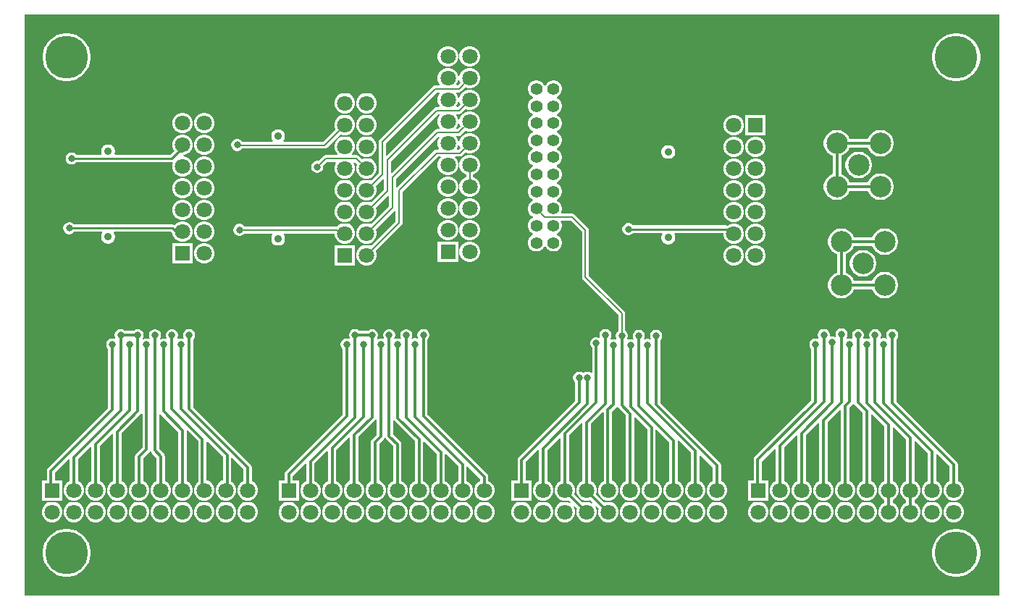
<source format=gtl>
G04*
G04 #@! TF.GenerationSoftware,Altium Limited,Altium Designer,23.1.1 (15)*
G04*
G04 Layer_Physical_Order=1*
G04 Layer_Color=255*
%FSLAX44Y44*%
%MOMM*%
G71*
G04*
G04 #@! TF.SameCoordinates,885BC21F-CE97-4633-90EB-74F7ABE7E9BF*
G04*
G04*
G04 #@! TF.FilePolarity,Positive*
G04*
G01*
G75*
%ADD10C,0.2000*%
%ADD19C,0.2500*%
%ADD20C,0.3500*%
%ADD21C,2.5000*%
%ADD22C,0.8890*%
%ADD23C,1.8000*%
%ADD24R,1.8000X1.8000*%
%ADD25C,5.0000*%
%ADD26R,1.8000X1.8000*%
%ADD27C,1.4000*%
%ADD28C,0.8000*%
G36*
X1140542Y52D02*
X542D01*
Y680052D01*
X1140542D01*
Y52D01*
D02*
G37*
%LPC*%
G36*
X522702Y642756D02*
X519542D01*
X516490Y641938D01*
X513754Y640358D01*
X511519Y638124D01*
X509940Y635388D01*
X509122Y632336D01*
Y629176D01*
X509940Y626124D01*
X511519Y623388D01*
X513754Y621154D01*
X516490Y619574D01*
X519542Y618756D01*
X522702D01*
X525754Y619574D01*
X528490Y621154D01*
X530724Y623388D01*
X532304Y626124D01*
X533122Y629176D01*
Y632336D01*
X532304Y635388D01*
X530724Y638124D01*
X528490Y640358D01*
X525754Y641938D01*
X522702Y642756D01*
D02*
G37*
G36*
X497302D02*
X494142D01*
X491090Y641938D01*
X488354Y640358D01*
X486119Y638124D01*
X484540Y635388D01*
X483722Y632336D01*
Y629176D01*
X484540Y626124D01*
X486119Y623388D01*
X488354Y621154D01*
X491090Y619574D01*
X494142Y618756D01*
X497302D01*
X500354Y619574D01*
X503090Y621154D01*
X505324Y623388D01*
X506904Y626124D01*
X507722Y629176D01*
Y632336D01*
X506904Y635388D01*
X505324Y638124D01*
X503090Y640358D01*
X500354Y641938D01*
X497302Y642756D01*
D02*
G37*
G36*
X1092204Y658000D02*
X1087796D01*
X1083443Y657310D01*
X1079252Y655949D01*
X1075325Y653948D01*
X1071759Y651357D01*
X1068643Y648241D01*
X1066052Y644675D01*
X1064051Y640748D01*
X1062690Y636557D01*
X1062000Y632204D01*
Y627796D01*
X1062690Y623443D01*
X1064051Y619252D01*
X1066052Y615325D01*
X1068643Y611759D01*
X1071759Y608643D01*
X1075325Y606052D01*
X1079252Y604051D01*
X1083443Y602690D01*
X1087796Y602000D01*
X1092204D01*
X1096557Y602690D01*
X1100748Y604051D01*
X1104675Y606052D01*
X1108241Y608643D01*
X1111357Y611759D01*
X1113948Y615325D01*
X1115949Y619252D01*
X1117310Y623443D01*
X1118000Y627796D01*
Y632204D01*
X1117310Y636557D01*
X1115949Y640748D01*
X1113948Y644675D01*
X1111357Y648241D01*
X1108241Y651357D01*
X1104675Y653948D01*
X1100748Y655949D01*
X1096557Y657310D01*
X1092204Y658000D01*
D02*
G37*
G36*
X52204D02*
X47796D01*
X43443Y657310D01*
X39252Y655949D01*
X35325Y653948D01*
X31759Y651357D01*
X28643Y648241D01*
X26052Y644675D01*
X24051Y640748D01*
X22689Y636557D01*
X22000Y632204D01*
Y627796D01*
X22689Y623443D01*
X24051Y619252D01*
X26052Y615325D01*
X28643Y611759D01*
X31759Y608643D01*
X35325Y606052D01*
X39252Y604051D01*
X43443Y602690D01*
X47796Y602000D01*
X52204D01*
X56557Y602690D01*
X60748Y604051D01*
X64675Y606052D01*
X68241Y608643D01*
X71357Y611759D01*
X73948Y615325D01*
X75949Y619252D01*
X77311Y623443D01*
X78000Y627796D01*
Y632204D01*
X77311Y636557D01*
X75949Y640748D01*
X73948Y644675D01*
X71357Y648241D01*
X68241Y651357D01*
X64675Y653948D01*
X60748Y655949D01*
X56557Y657310D01*
X52204Y658000D01*
D02*
G37*
G36*
X522702Y617356D02*
X519542D01*
X516490Y616538D01*
X513754Y614958D01*
X511519Y612724D01*
X509940Y609988D01*
X509122Y606936D01*
Y603776D01*
X509940Y600724D01*
X510226Y600228D01*
X506973Y596975D01*
X505988Y597086D01*
X505497Y598287D01*
X506904Y600724D01*
X507722Y603776D01*
Y606936D01*
X506904Y609988D01*
X505324Y612724D01*
X503090Y614958D01*
X500354Y616538D01*
X497302Y617356D01*
X494142D01*
X491090Y616538D01*
X488354Y614958D01*
X486119Y612724D01*
X484540Y609988D01*
X483722Y606936D01*
Y603776D01*
X484540Y600724D01*
X486049Y598110D01*
X485786Y597183D01*
X485644Y596839D01*
X481107D01*
X479546Y596529D01*
X478223Y595645D01*
X478223Y595645D01*
X416014Y533436D01*
X415130Y532113D01*
X414819Y530552D01*
X414819Y530552D01*
Y494473D01*
X405613Y485266D01*
X405117Y485553D01*
X402065Y486370D01*
X398905D01*
X395853Y485553D01*
X393116Y483973D01*
X390882Y481739D01*
X389302Y479002D01*
X388485Y475950D01*
Y472790D01*
X389302Y469739D01*
X390882Y467002D01*
X393116Y464768D01*
X395853Y463188D01*
X398905Y462370D01*
X402065D01*
X405117Y463188D01*
X407853Y464768D01*
X410087Y467002D01*
X411667Y469739D01*
X412485Y472790D01*
Y475950D01*
X411667Y479002D01*
X411380Y479498D01*
X419761Y487879D01*
X420934Y487393D01*
Y475188D01*
X405613Y459866D01*
X405117Y460153D01*
X402065Y460970D01*
X398905D01*
X395853Y460153D01*
X393116Y458573D01*
X390882Y456339D01*
X389302Y453602D01*
X388485Y450550D01*
Y447391D01*
X389302Y444339D01*
X390882Y441602D01*
X393116Y439368D01*
X395853Y437788D01*
X398905Y436970D01*
X402065D01*
X405117Y437788D01*
X407853Y439368D01*
X410087Y441602D01*
X411667Y444339D01*
X412485Y447391D01*
Y450550D01*
X411667Y453602D01*
X411380Y454098D01*
X425585Y468303D01*
X426758Y467817D01*
Y455611D01*
X405613Y434466D01*
X405117Y434753D01*
X402065Y435570D01*
X398905D01*
X395853Y434753D01*
X393116Y433173D01*
X390882Y430938D01*
X389302Y428202D01*
X388485Y425150D01*
Y421991D01*
X389302Y418939D01*
X390882Y416202D01*
X393116Y413968D01*
X395853Y412388D01*
X398905Y411570D01*
X402065D01*
X405117Y412388D01*
X407853Y413968D01*
X410087Y416202D01*
X411667Y418939D01*
X412485Y421991D01*
Y425150D01*
X411667Y428202D01*
X411380Y428698D01*
X433277Y450595D01*
X434547Y450069D01*
Y438001D01*
X405613Y409066D01*
X405117Y409353D01*
X402065Y410170D01*
X398905D01*
X395853Y409353D01*
X393116Y407773D01*
X390882Y405538D01*
X389302Y402802D01*
X388485Y399750D01*
Y396590D01*
X389302Y393539D01*
X390882Y390802D01*
X393116Y388568D01*
X395853Y386988D01*
X398905Y386170D01*
X402065D01*
X405117Y386988D01*
X407853Y388568D01*
X410087Y390802D01*
X411667Y393539D01*
X412485Y396590D01*
Y399750D01*
X411667Y402802D01*
X411380Y403298D01*
X441510Y433428D01*
X441510Y433428D01*
X442394Y434751D01*
X442704Y436311D01*
X442704Y436311D01*
Y472403D01*
X483879Y513578D01*
X486777D01*
X487303Y512308D01*
X486119Y511124D01*
X484540Y508388D01*
X483722Y505336D01*
Y502176D01*
X484540Y499124D01*
X486119Y496388D01*
X488354Y494154D01*
X491090Y492574D01*
X494142Y491756D01*
X497302D01*
X500354Y492574D01*
X503090Y494154D01*
X505324Y496388D01*
X506904Y499124D01*
X507722Y502176D01*
Y505336D01*
X506904Y508388D01*
X505324Y511124D01*
X504141Y512308D01*
X504667Y513578D01*
X509622D01*
X509622Y513578D01*
X511183Y513888D01*
X512506Y514772D01*
X515994Y518260D01*
X516490Y517974D01*
X519542Y517156D01*
X522702D01*
X525754Y517974D01*
X528490Y519554D01*
X530724Y521788D01*
X532304Y524524D01*
X533122Y527576D01*
Y530736D01*
X532304Y533788D01*
X530724Y536524D01*
X528490Y538758D01*
X525754Y540338D01*
X522702Y541156D01*
X519542D01*
X516490Y540338D01*
X513754Y538758D01*
X511519Y536524D01*
X509940Y533788D01*
X509122Y530736D01*
Y527576D01*
X509940Y524524D01*
X510226Y524028D01*
X507942Y521744D01*
X506703Y521833D01*
X506026Y523004D01*
X506904Y524524D01*
X507722Y527576D01*
Y530736D01*
X506904Y533788D01*
X505427Y536346D01*
X505829Y537616D01*
X508260D01*
X508260Y537616D01*
X509821Y537926D01*
X511144Y538810D01*
X515994Y543660D01*
X516490Y543374D01*
X519542Y542556D01*
X522702D01*
X525754Y543374D01*
X528490Y544954D01*
X530724Y547188D01*
X532304Y549924D01*
X533122Y552976D01*
Y556136D01*
X532304Y559188D01*
X530724Y561924D01*
X528490Y564158D01*
X525754Y565738D01*
X522702Y566556D01*
X519542D01*
X516490Y565738D01*
X513754Y564158D01*
X511519Y561924D01*
X509940Y559188D01*
X509122Y556136D01*
Y552976D01*
X509940Y549924D01*
X510226Y549428D01*
X506741Y545943D01*
X505950Y546035D01*
X505561Y546753D01*
X505391Y547303D01*
X506904Y549924D01*
X507722Y552976D01*
Y556136D01*
X506904Y559188D01*
X505324Y561924D01*
X505022Y562226D01*
X505508Y563399D01*
X508643D01*
X508643Y563399D01*
X510204Y563710D01*
X511527Y564594D01*
X515994Y569060D01*
X516490Y568774D01*
X519542Y567956D01*
X522702D01*
X525754Y568774D01*
X528490Y570354D01*
X530724Y572588D01*
X532304Y575324D01*
X533122Y578376D01*
Y581536D01*
X532304Y584588D01*
X530724Y587324D01*
X528490Y589558D01*
X525754Y591138D01*
X522702Y591956D01*
X519542D01*
X516490Y591138D01*
X513754Y589558D01*
X511519Y587324D01*
X509940Y584588D01*
X509122Y581536D01*
Y578376D01*
X509940Y575324D01*
X510226Y574828D01*
X507090Y571691D01*
X506071Y571815D01*
X505560Y572997D01*
X506904Y575324D01*
X507722Y578376D01*
Y581536D01*
X506904Y584588D01*
X505324Y587324D01*
X505139Y587509D01*
X505625Y588683D01*
X508527D01*
X508527Y588683D01*
X510088Y588993D01*
X511411Y589877D01*
X515994Y594460D01*
X516490Y594174D01*
X519542Y593356D01*
X522702D01*
X525754Y594174D01*
X528490Y595754D01*
X530724Y597988D01*
X532304Y600724D01*
X533122Y603776D01*
Y606936D01*
X532304Y609988D01*
X530724Y612724D01*
X528490Y614958D01*
X525754Y616538D01*
X522702Y617356D01*
D02*
G37*
G36*
X620338Y602727D02*
X617705D01*
X615161Y602045D01*
X612881Y600728D01*
X611019Y598867D01*
X609703Y596586D01*
X609656Y596413D01*
X608386D01*
X608340Y596586D01*
X607023Y598867D01*
X605161Y600728D01*
X602881Y602045D01*
X600338Y602727D01*
X597705D01*
X595161Y602045D01*
X592881Y600728D01*
X591019Y598867D01*
X589703Y596586D01*
X589021Y594043D01*
Y591410D01*
X589703Y588867D01*
X591019Y586586D01*
X592881Y584725D01*
X595161Y583408D01*
X595335Y583362D01*
Y582092D01*
X595161Y582045D01*
X592881Y580729D01*
X591019Y578867D01*
X589703Y576586D01*
X589021Y574043D01*
Y571410D01*
X589703Y568867D01*
X591019Y566586D01*
X592881Y564725D01*
X595161Y563408D01*
X595335Y563362D01*
Y562092D01*
X595161Y562045D01*
X592881Y560729D01*
X591019Y558867D01*
X589703Y556586D01*
X589021Y554043D01*
Y551410D01*
X589703Y548867D01*
X591019Y546586D01*
X592881Y544725D01*
X595161Y543408D01*
X595335Y543362D01*
Y542092D01*
X595161Y542045D01*
X592881Y540729D01*
X591019Y538867D01*
X589703Y536586D01*
X589021Y534043D01*
Y531410D01*
X589703Y528867D01*
X591019Y526587D01*
X592881Y524725D01*
X595161Y523408D01*
X595335Y523362D01*
Y522092D01*
X595161Y522045D01*
X592881Y520729D01*
X591019Y518867D01*
X589703Y516586D01*
X589021Y514043D01*
Y511410D01*
X589703Y508867D01*
X591019Y506587D01*
X592881Y504725D01*
X595161Y503408D01*
X595335Y503362D01*
Y502092D01*
X595161Y502045D01*
X592881Y500729D01*
X591019Y498867D01*
X589703Y496587D01*
X589021Y494043D01*
Y491410D01*
X589703Y488867D01*
X591019Y486587D01*
X592881Y484725D01*
X595161Y483408D01*
X595335Y483362D01*
Y482092D01*
X595161Y482045D01*
X592881Y480729D01*
X591019Y478867D01*
X589703Y476587D01*
X589021Y474043D01*
Y471410D01*
X589703Y468867D01*
X591019Y466587D01*
X592881Y464725D01*
X595161Y463408D01*
X595335Y463362D01*
Y462092D01*
X595161Y462045D01*
X592881Y460729D01*
X591019Y458867D01*
X589703Y456587D01*
X589021Y454043D01*
Y451410D01*
X589703Y448867D01*
X591019Y446587D01*
X592881Y444725D01*
X595161Y443408D01*
X595335Y443362D01*
Y442092D01*
X595161Y442045D01*
X592881Y440729D01*
X591019Y438867D01*
X589703Y436587D01*
X589021Y434043D01*
Y431410D01*
X589703Y428867D01*
X591019Y426587D01*
X592881Y424725D01*
X595161Y423408D01*
X595335Y423362D01*
Y422092D01*
X595161Y422045D01*
X592881Y420729D01*
X591019Y418867D01*
X589703Y416587D01*
X589021Y414043D01*
Y411410D01*
X589703Y408867D01*
X591019Y406587D01*
X592881Y404725D01*
X595161Y403408D01*
X597705Y402727D01*
X600338D01*
X602881Y403408D01*
X605161Y404725D01*
X607023Y406587D01*
X608340Y408867D01*
X608386Y409040D01*
X609656D01*
X609703Y408867D01*
X611019Y406587D01*
X612881Y404725D01*
X615161Y403408D01*
X617705Y402727D01*
X620338D01*
X622881Y403408D01*
X625161Y404725D01*
X627023Y406587D01*
X628340Y408867D01*
X629021Y411410D01*
Y414043D01*
X628340Y416587D01*
X627023Y418867D01*
X625161Y420729D01*
X622881Y422045D01*
X622707Y422092D01*
Y423362D01*
X622881Y423408D01*
X625161Y424725D01*
X627023Y426587D01*
X628340Y428867D01*
X629021Y431410D01*
Y434043D01*
X628340Y436587D01*
X627742Y437622D01*
X628377Y438722D01*
X639393D01*
X652484Y425631D01*
Y372507D01*
X652484Y372507D01*
X652794Y370946D01*
X653678Y369623D01*
X694927Y328374D01*
Y309590D01*
X694707Y309463D01*
X693404Y308160D01*
X692482Y306564D01*
X692005Y304783D01*
Y302940D01*
X692482Y301160D01*
X692915Y300411D01*
X691985Y299482D01*
X691858Y299555D01*
X690078Y300032D01*
X688235D01*
X686454Y299555D01*
X685458Y300446D01*
X685451Y300467D01*
X685433Y300683D01*
X686321Y302222D01*
X686798Y304002D01*
Y305845D01*
X686321Y307625D01*
X685399Y309222D01*
X684096Y310525D01*
X682500Y311446D01*
X680719Y311924D01*
X678876D01*
X677096Y311446D01*
X675500Y310525D01*
X674196Y309222D01*
X673275Y307625D01*
X672798Y305845D01*
Y304002D01*
X673261Y302273D01*
X673167Y302125D01*
X672307Y301357D01*
X671776Y301664D01*
X669995Y302141D01*
X668152D01*
X666372Y301664D01*
X664776Y300743D01*
X663472Y299440D01*
X662551Y297843D01*
X662074Y296063D01*
Y294220D01*
X662551Y292439D01*
X663472Y290843D01*
X664231Y290085D01*
Y260994D01*
X662961Y260562D01*
X661586Y261355D01*
X659805Y261833D01*
X657962D01*
X656182Y261355D01*
X654586Y260434D01*
X654074Y259923D01*
X653446Y260551D01*
X651850Y261473D01*
X650070Y261950D01*
X648226D01*
X646446Y261473D01*
X644850Y260551D01*
X643547Y259248D01*
X642625Y257652D01*
X642148Y255871D01*
Y254028D01*
X642625Y252248D01*
X643547Y250652D01*
X644323Y249876D01*
Y227647D01*
X578481Y161806D01*
X577431Y160235D01*
X577063Y158382D01*
Y135000D01*
X569575D01*
Y111000D01*
X593575D01*
Y135000D01*
X586749D01*
Y156375D01*
X600959Y170585D01*
X602132Y170100D01*
Y134060D01*
X599607Y132602D01*
X597373Y130368D01*
X595793Y127632D01*
X594975Y124580D01*
Y121420D01*
X595793Y118368D01*
X597373Y115632D01*
X599607Y113398D01*
X602343Y111818D01*
X605396Y111000D01*
X608555D01*
X611607Y111818D01*
X614343Y113398D01*
X616578Y115632D01*
X618158Y118368D01*
X618975Y121420D01*
Y124580D01*
X618158Y127632D01*
X616578Y130368D01*
X614343Y132602D01*
X611818Y134060D01*
Y170150D01*
X626359Y184691D01*
X627532Y184205D01*
Y134060D01*
X625007Y132602D01*
X622773Y130368D01*
X621193Y127632D01*
X620375Y124580D01*
Y121420D01*
X621193Y118368D01*
X622773Y115632D01*
X625007Y113398D01*
X627743Y111818D01*
X630796Y111000D01*
X633955D01*
X636534Y111691D01*
X639301Y108924D01*
X638521Y107908D01*
X637007Y108782D01*
X633955Y109600D01*
X630796D01*
X627743Y108782D01*
X625007Y107202D01*
X622773Y104968D01*
X621193Y102232D01*
X620375Y99180D01*
Y96020D01*
X621193Y92968D01*
X622773Y90232D01*
X625007Y87998D01*
X627743Y86418D01*
X630796Y85600D01*
X633955D01*
X637007Y86418D01*
X639743Y87998D01*
X641978Y90232D01*
X643558Y92968D01*
X644375Y96020D01*
Y99180D01*
X643558Y102232D01*
X642683Y103746D01*
X643699Y104526D01*
X646466Y101759D01*
X645775Y99180D01*
Y96020D01*
X646593Y92968D01*
X648173Y90232D01*
X650407Y87998D01*
X653143Y86418D01*
X656196Y85600D01*
X659355D01*
X662407Y86418D01*
X665144Y87998D01*
X667378Y90232D01*
X668958Y92968D01*
X669775Y96020D01*
Y99180D01*
X668958Y102232D01*
X668083Y103746D01*
X669100Y104526D01*
X671866Y101759D01*
X671175Y99180D01*
Y96020D01*
X671993Y92968D01*
X673573Y90232D01*
X675807Y87998D01*
X678543Y86418D01*
X681596Y85600D01*
X684755D01*
X687807Y86418D01*
X690544Y87998D01*
X692778Y90232D01*
X694358Y92968D01*
X695175Y96020D01*
Y99180D01*
X694358Y102232D01*
X692778Y104968D01*
X690544Y107202D01*
X687807Y108782D01*
X684755Y109600D01*
X681596D01*
X678543Y108782D01*
X678542Y108781D01*
X668957Y118367D01*
X668958Y118368D01*
X669775Y121420D01*
Y124580D01*
X668958Y127632D01*
X667378Y130368D01*
X665144Y132602D01*
X662618Y134060D01*
Y200515D01*
X676751Y214648D01*
X677925Y214162D01*
Y133825D01*
X675807Y132602D01*
X673573Y130368D01*
X671993Y127632D01*
X671175Y124580D01*
Y121420D01*
X671993Y118368D01*
X673573Y115632D01*
X675807Y113398D01*
X678543Y111818D01*
X681596Y111000D01*
X684755D01*
X687807Y111818D01*
X690544Y113398D01*
X692778Y115632D01*
X694358Y118368D01*
X695175Y121420D01*
Y124580D01*
X694358Y127632D01*
X692778Y130368D01*
X690544Y132602D01*
X687807Y134182D01*
X687611Y134235D01*
Y215420D01*
X692581Y220390D01*
X693118Y221194D01*
X694466Y220925D01*
X694531Y220600D01*
X695581Y219029D01*
X703732Y210877D01*
Y134060D01*
X701207Y132602D01*
X698973Y130368D01*
X697393Y127632D01*
X696575Y124580D01*
Y121420D01*
X697393Y118368D01*
X698973Y115632D01*
X701207Y113398D01*
X703943Y111818D01*
X706995Y111000D01*
X710155D01*
X713207Y111818D01*
X715944Y113398D01*
X718178Y115632D01*
X719758Y118368D01*
X720575Y121420D01*
Y124580D01*
X719758Y127632D01*
X718178Y130368D01*
X715944Y132602D01*
X713418Y134060D01*
Y208520D01*
X714592Y209006D01*
X728981Y194617D01*
Y133973D01*
X726607Y132602D01*
X724373Y130368D01*
X722793Y127632D01*
X721975Y124580D01*
Y121420D01*
X722793Y118368D01*
X724373Y115632D01*
X726607Y113398D01*
X729343Y111818D01*
X732395Y111000D01*
X735555D01*
X738607Y111818D01*
X741344Y113398D01*
X743578Y115632D01*
X745157Y118368D01*
X745975Y121420D01*
Y124580D01*
X745157Y127632D01*
X743578Y130368D01*
X741344Y132602D01*
X738667Y134148D01*
Y193698D01*
X739840Y194184D01*
X754532Y179492D01*
Y134060D01*
X752007Y132602D01*
X749773Y130368D01*
X748193Y127632D01*
X747375Y124580D01*
Y121420D01*
X748193Y118368D01*
X749773Y115632D01*
X752007Y113398D01*
X754743Y111818D01*
X757795Y111000D01*
X760955D01*
X764007Y111818D01*
X766743Y113398D01*
X768978Y115632D01*
X770557Y118368D01*
X771375Y121420D01*
Y124580D01*
X770557Y127632D01*
X768978Y130368D01*
X766743Y132602D01*
X764218Y134060D01*
Y181219D01*
X764889Y181648D01*
X765458Y181775D01*
X779932Y167301D01*
Y134060D01*
X777407Y132602D01*
X775173Y130368D01*
X773593Y127632D01*
X772775Y124580D01*
Y121420D01*
X773593Y118368D01*
X775173Y115632D01*
X777407Y113398D01*
X780144Y111818D01*
X783195Y111000D01*
X786355D01*
X789407Y111818D01*
X792143Y113398D01*
X794378Y115632D01*
X795957Y118368D01*
X796775Y121420D01*
Y124580D01*
X795957Y127632D01*
X794378Y130368D01*
X792143Y132602D01*
X789618Y134060D01*
Y164006D01*
X790792Y164492D01*
X805332Y149951D01*
Y134060D01*
X802807Y132602D01*
X800573Y130368D01*
X798993Y127632D01*
X798175Y124580D01*
Y121420D01*
X798993Y118368D01*
X800573Y115632D01*
X802807Y113398D01*
X805544Y111818D01*
X808596Y111000D01*
X811755D01*
X814807Y111818D01*
X817543Y113398D01*
X819778Y115632D01*
X821357Y118368D01*
X822175Y121420D01*
Y124580D01*
X821357Y127632D01*
X819778Y130368D01*
X817543Y132602D01*
X815018Y134060D01*
Y151958D01*
X814650Y153811D01*
X813600Y155382D01*
X743885Y225097D01*
Y299043D01*
X744643Y299801D01*
X745564Y301397D01*
X746042Y303178D01*
Y305021D01*
X745564Y306801D01*
X744643Y308397D01*
X743340Y309701D01*
X741743Y310622D01*
X739963Y311099D01*
X738120D01*
X736340Y310622D01*
X734743Y309701D01*
X733440Y308397D01*
X732519Y306801D01*
X732042Y305021D01*
Y303178D01*
X732519Y301397D01*
X732951Y300648D01*
X732021Y299719D01*
X731895Y299792D01*
X730114Y300269D01*
X728271D01*
X726491Y299792D01*
X725976Y299495D01*
X725046Y300425D01*
X725457Y301136D01*
X725934Y302916D01*
Y304759D01*
X725457Y306540D01*
X724536Y308136D01*
X723232Y309439D01*
X721636Y310361D01*
X719856Y310838D01*
X718013D01*
X716232Y310361D01*
X714636Y309439D01*
X713333Y308136D01*
X712411Y306540D01*
X711934Y304759D01*
Y302916D01*
X712411Y301136D01*
X712844Y300387D01*
X711914Y299457D01*
X711787Y299531D01*
X710007Y300008D01*
X708164D01*
X706383Y299531D01*
X705889Y299245D01*
X704959Y300175D01*
X705528Y301160D01*
X706005Y302940D01*
Y304783D01*
X705528Y306564D01*
X704607Y308160D01*
X703303Y309463D01*
X703084Y309590D01*
Y330063D01*
X703084Y330064D01*
X702773Y331624D01*
X701889Y332947D01*
X660640Y374196D01*
Y427320D01*
X660640Y427320D01*
X660330Y428881D01*
X659446Y430204D01*
X659446Y430204D01*
X643966Y445684D01*
X642643Y446568D01*
X641082Y446879D01*
X641082Y446879D01*
X628462D01*
X627827Y447979D01*
X628340Y448867D01*
X629021Y451410D01*
Y454043D01*
X628340Y456587D01*
X627023Y458867D01*
X625161Y460729D01*
X622881Y462045D01*
X622707Y462092D01*
Y463362D01*
X622881Y463408D01*
X625161Y464725D01*
X627023Y466587D01*
X628340Y468867D01*
X629021Y471410D01*
Y474043D01*
X628340Y476587D01*
X627023Y478867D01*
X625161Y480729D01*
X622881Y482045D01*
X622707Y482092D01*
Y483362D01*
X622881Y483408D01*
X625161Y484725D01*
X627023Y486587D01*
X628340Y488867D01*
X629021Y491410D01*
Y494043D01*
X628340Y496587D01*
X627023Y498867D01*
X625161Y500729D01*
X622881Y502045D01*
X622707Y502092D01*
Y503362D01*
X622881Y503408D01*
X625161Y504725D01*
X627023Y506587D01*
X628340Y508867D01*
X629021Y511410D01*
Y514043D01*
X628340Y516586D01*
X627023Y518867D01*
X625161Y520729D01*
X622881Y522045D01*
X622707Y522092D01*
Y523362D01*
X622881Y523408D01*
X625161Y524725D01*
X627023Y526587D01*
X628340Y528867D01*
X629021Y531410D01*
Y534043D01*
X628340Y536586D01*
X627023Y538867D01*
X625161Y540729D01*
X622881Y542045D01*
X622707Y542092D01*
Y543362D01*
X622881Y543408D01*
X625161Y544725D01*
X627023Y546586D01*
X628340Y548867D01*
X629021Y551410D01*
Y554043D01*
X628340Y556586D01*
X627023Y558867D01*
X625161Y560729D01*
X622881Y562045D01*
X622707Y562092D01*
Y563362D01*
X622881Y563408D01*
X625161Y564725D01*
X627023Y566586D01*
X628340Y568867D01*
X629021Y571410D01*
Y574043D01*
X628340Y576586D01*
X627023Y578867D01*
X625161Y580729D01*
X622881Y582045D01*
X622707Y582092D01*
Y583362D01*
X622881Y583408D01*
X625161Y584725D01*
X627023Y586586D01*
X628340Y588867D01*
X629021Y591410D01*
Y594043D01*
X628340Y596586D01*
X627023Y598867D01*
X625161Y600728D01*
X622881Y602045D01*
X620338Y602727D01*
D02*
G37*
G36*
X402065Y587970D02*
X398905D01*
X395853Y587153D01*
X393116Y585573D01*
X390882Y583339D01*
X389302Y580602D01*
X388485Y577550D01*
Y574390D01*
X389302Y571339D01*
X390882Y568602D01*
X393116Y566368D01*
X395853Y564788D01*
X398905Y563970D01*
X402065D01*
X405117Y564788D01*
X407853Y566368D01*
X410087Y568602D01*
X411667Y571339D01*
X412485Y574390D01*
Y577550D01*
X411667Y580602D01*
X410087Y583339D01*
X407853Y585573D01*
X405117Y587153D01*
X402065Y587970D01*
D02*
G37*
G36*
X376665D02*
X373505D01*
X370453Y587153D01*
X367716Y585573D01*
X365482Y583339D01*
X363903Y580602D01*
X363085Y577550D01*
Y574390D01*
X363903Y571339D01*
X365482Y568602D01*
X367716Y566368D01*
X370453Y564788D01*
X373505Y563970D01*
X376665D01*
X379716Y564788D01*
X382453Y566368D01*
X384687Y568602D01*
X386267Y571339D01*
X387085Y574390D01*
Y577550D01*
X386267Y580602D01*
X384687Y583339D01*
X382453Y585573D01*
X379716Y587153D01*
X376665Y587970D01*
D02*
G37*
G36*
X212397Y564782D02*
X209237D01*
X206185Y563964D01*
X203449Y562384D01*
X201215Y560150D01*
X199635Y557414D01*
X198817Y554362D01*
Y551202D01*
X199635Y548150D01*
X201215Y545414D01*
X203449Y543180D01*
X206185Y541600D01*
X209237Y540782D01*
X212397D01*
X215449Y541600D01*
X218185Y543180D01*
X220420Y545414D01*
X221999Y548150D01*
X222817Y551202D01*
Y554362D01*
X221999Y557414D01*
X220420Y560150D01*
X218185Y562384D01*
X215449Y563964D01*
X212397Y564782D01*
D02*
G37*
G36*
X186997D02*
X183837D01*
X180785Y563964D01*
X178049Y562384D01*
X175815Y560150D01*
X174235Y557414D01*
X173417Y554362D01*
Y551202D01*
X174235Y548150D01*
X175815Y545414D01*
X178049Y543180D01*
X180785Y541600D01*
X183837Y540782D01*
X186997D01*
X190049Y541600D01*
X192785Y543180D01*
X195019Y545414D01*
X196599Y548150D01*
X197417Y551202D01*
Y554362D01*
X196599Y557414D01*
X195019Y560150D01*
X192785Y562384D01*
X190049Y563964D01*
X186997Y564782D01*
D02*
G37*
G36*
X402065Y562570D02*
X398905D01*
X395853Y561753D01*
X393116Y560173D01*
X390882Y557938D01*
X389302Y555202D01*
X388485Y552150D01*
Y548991D01*
X389302Y545939D01*
X390882Y543202D01*
X393116Y540968D01*
X395853Y539388D01*
X398905Y538570D01*
X402065D01*
X405117Y539388D01*
X407853Y540968D01*
X410087Y543202D01*
X411667Y545939D01*
X412485Y548991D01*
Y552150D01*
X411667Y555202D01*
X410087Y557938D01*
X407853Y560173D01*
X405117Y561753D01*
X402065Y562570D01*
D02*
G37*
G36*
X867283Y562236D02*
X843283D01*
Y538236D01*
X867283D01*
Y562236D01*
D02*
G37*
G36*
X831463D02*
X828303D01*
X825251Y561418D01*
X822515Y559839D01*
X820281Y557604D01*
X818701Y554868D01*
X817883Y551816D01*
Y548656D01*
X818701Y545604D01*
X820281Y542868D01*
X822515Y540634D01*
X825251Y539054D01*
X828303Y538236D01*
X831463D01*
X834515Y539054D01*
X837251Y540634D01*
X839485Y542868D01*
X841065Y545604D01*
X841883Y548656D01*
Y551816D01*
X841065Y554868D01*
X839485Y557604D01*
X837251Y559839D01*
X834515Y561418D01*
X831463Y562236D01*
D02*
G37*
G36*
X1002941Y544713D02*
X999887D01*
X996893Y544117D01*
X994072Y542949D01*
X991534Y541252D01*
X989374Y539093D01*
X987678Y536555D01*
X986643Y534056D01*
X965385D01*
X964350Y536555D01*
X962654Y539093D01*
X960495Y541252D01*
X957956Y542949D01*
X955135Y544117D01*
X952141Y544713D01*
X949088D01*
X946093Y544117D01*
X943272Y542949D01*
X940733Y541252D01*
X938575Y539093D01*
X936878Y536555D01*
X935710Y533734D01*
X935114Y530739D01*
Y527686D01*
X935710Y524692D01*
X936878Y521871D01*
X938575Y519332D01*
X940733Y517173D01*
X943272Y515477D01*
X945771Y514442D01*
Y493184D01*
X943272Y492149D01*
X940733Y490452D01*
X938575Y488293D01*
X936878Y485755D01*
X935710Y482934D01*
X935114Y479939D01*
Y476886D01*
X935710Y473892D01*
X936878Y471071D01*
X938575Y468532D01*
X940733Y466373D01*
X943272Y464677D01*
X946093Y463508D01*
X949088Y462913D01*
X952141D01*
X955135Y463508D01*
X957956Y464677D01*
X960495Y466373D01*
X962654Y468532D01*
X964350Y471071D01*
X965385Y473570D01*
X986643D01*
X987678Y471071D01*
X989374Y468532D01*
X991534Y466373D01*
X994072Y464677D01*
X996893Y463508D01*
X999887Y462913D01*
X1002941D01*
X1005935Y463508D01*
X1008756Y464677D01*
X1011295Y466373D01*
X1013454Y468532D01*
X1015150Y471071D01*
X1016319Y473892D01*
X1016914Y476886D01*
Y479939D01*
X1016319Y482934D01*
X1015150Y485755D01*
X1013454Y488293D01*
X1011295Y490452D01*
X1008756Y492149D01*
X1005935Y493317D01*
X1002941Y493913D01*
X999887D01*
X996893Y493317D01*
X994072Y492149D01*
X991534Y490452D01*
X989374Y488293D01*
X987678Y485755D01*
X986643Y483256D01*
X965385D01*
X964350Y485755D01*
X962654Y488293D01*
X960495Y490452D01*
X957956Y492149D01*
X955457Y493184D01*
Y514442D01*
X957956Y515477D01*
X960495Y517173D01*
X962654Y519332D01*
X964350Y521871D01*
X965385Y524370D01*
X986643D01*
X987678Y521871D01*
X989374Y519332D01*
X991534Y517173D01*
X994072Y515477D01*
X996893Y514308D01*
X999887Y513713D01*
X1002941D01*
X1005935Y514308D01*
X1008756Y515477D01*
X1011295Y517173D01*
X1013454Y519332D01*
X1015150Y521871D01*
X1016319Y524692D01*
X1016914Y527686D01*
Y530739D01*
X1016319Y533734D01*
X1015150Y536555D01*
X1013454Y539093D01*
X1011295Y541252D01*
X1008756Y542949D01*
X1005935Y544117D01*
X1002941Y544713D01*
D02*
G37*
G36*
X376665Y562570D02*
X373505D01*
X370453Y561753D01*
X367716Y560173D01*
X365482Y557938D01*
X363903Y555202D01*
X363085Y552150D01*
Y548991D01*
X363903Y545939D01*
X364189Y545442D01*
X349757Y531011D01*
X303722D01*
X303236Y532184D01*
X303521Y532469D01*
X304574Y534293D01*
X305120Y536328D01*
Y538434D01*
X304574Y540469D01*
X303521Y542293D01*
X302032Y543783D01*
X300208Y544836D01*
X298173Y545381D01*
X296066D01*
X294032Y544836D01*
X292208Y543783D01*
X290718Y542293D01*
X289665Y540469D01*
X289120Y538434D01*
Y536328D01*
X289665Y534293D01*
X290718Y532469D01*
X291003Y532184D01*
X290517Y531011D01*
X255253D01*
X254967Y531507D01*
X253663Y532810D01*
X252067Y533732D01*
X250287Y534209D01*
X248444D01*
X246663Y533732D01*
X245067Y532810D01*
X243764Y531507D01*
X242842Y529911D01*
X242365Y528130D01*
Y526287D01*
X242842Y524507D01*
X243764Y522911D01*
X245067Y521607D01*
X246663Y520686D01*
X248444Y520209D01*
X250287D01*
X252067Y520686D01*
X253663Y521607D01*
X254910Y522854D01*
X351446D01*
X351446Y522854D01*
X353007Y523164D01*
X354330Y524048D01*
X369957Y539675D01*
X370453Y539388D01*
X373505Y538570D01*
X376665D01*
X379716Y539388D01*
X382453Y540968D01*
X384687Y543202D01*
X386267Y545939D01*
X387085Y548991D01*
Y552150D01*
X386267Y555202D01*
X384687Y557938D01*
X382453Y560173D01*
X379716Y561753D01*
X376665Y562570D01*
D02*
G37*
G36*
X186997Y539382D02*
X183837D01*
X180785Y538564D01*
X178049Y536984D01*
X175815Y534750D01*
X174235Y532014D01*
X173417Y528962D01*
Y525802D01*
X174235Y522750D01*
X175717Y520183D01*
X171319Y515786D01*
X106616D01*
X105947Y517056D01*
X106404Y518762D01*
Y520868D01*
X105859Y522903D01*
X104806Y524727D01*
X103316Y526217D01*
X101492Y527270D01*
X99458Y527815D01*
X97351D01*
X95316Y527270D01*
X93492Y526217D01*
X92003Y524727D01*
X90950Y522903D01*
X90404Y520868D01*
Y518762D01*
X90862Y517056D01*
X90193Y515786D01*
X61316D01*
X60047Y517054D01*
X58451Y517976D01*
X56671Y518452D01*
X54828D01*
X53047Y517976D01*
X51451Y517054D01*
X50148Y515751D01*
X49226Y514154D01*
X48749Y512374D01*
Y510531D01*
X49226Y508751D01*
X50148Y507155D01*
X51451Y505851D01*
X53047Y504930D01*
X54828Y504453D01*
X56671D01*
X58451Y504930D01*
X60047Y505851D01*
X61316Y507119D01*
X173114D01*
X173149Y507126D01*
X174075Y506016D01*
X173417Y503562D01*
Y500402D01*
X174235Y497350D01*
X175815Y494614D01*
X178049Y492380D01*
X180785Y490800D01*
X183837Y489982D01*
X186997D01*
X190049Y490800D01*
X192785Y492380D01*
X195019Y494614D01*
X196599Y497350D01*
X197417Y500402D01*
Y503562D01*
X196599Y506614D01*
X195019Y509350D01*
X192785Y511584D01*
X190049Y513164D01*
X187079Y513960D01*
X186927Y514239D01*
X186652Y515252D01*
X186811Y515382D01*
X186997D01*
X190049Y516200D01*
X192785Y517780D01*
X195019Y520014D01*
X196599Y522750D01*
X197417Y525802D01*
Y528962D01*
X196599Y532014D01*
X195019Y534750D01*
X192785Y536984D01*
X190049Y538564D01*
X186997Y539382D01*
D02*
G37*
G36*
X212397D02*
X209237D01*
X206185Y538564D01*
X203449Y536984D01*
X201215Y534750D01*
X199635Y532014D01*
X198817Y528962D01*
Y525802D01*
X199635Y522750D01*
X201215Y520014D01*
X203449Y517780D01*
X206185Y516200D01*
X209237Y515382D01*
X212397D01*
X215449Y516200D01*
X218185Y517780D01*
X220420Y520014D01*
X221999Y522750D01*
X222817Y525802D01*
Y528962D01*
X221999Y532014D01*
X220420Y534750D01*
X218185Y536984D01*
X215449Y538564D01*
X212397Y539382D01*
D02*
G37*
G36*
X402065Y537170D02*
X398905D01*
X395853Y536353D01*
X393116Y534773D01*
X390882Y532538D01*
X389302Y529802D01*
X388485Y526750D01*
Y523591D01*
X389302Y520539D01*
X390882Y517802D01*
X393116Y515568D01*
X395853Y513988D01*
X398905Y513170D01*
X402065D01*
X405117Y513988D01*
X407853Y515568D01*
X410087Y517802D01*
X411667Y520539D01*
X412485Y523591D01*
Y526750D01*
X411667Y529802D01*
X410087Y532538D01*
X407853Y534773D01*
X405117Y536353D01*
X402065Y537170D01*
D02*
G37*
G36*
X856863Y536836D02*
X853703D01*
X850651Y536018D01*
X847915Y534439D01*
X845680Y532204D01*
X844101Y529468D01*
X843283Y526416D01*
Y523256D01*
X844101Y520204D01*
X845680Y517468D01*
X847915Y515234D01*
X850651Y513654D01*
X853703Y512836D01*
X856863D01*
X859915Y513654D01*
X862651Y515234D01*
X864885Y517468D01*
X866465Y520204D01*
X867283Y523256D01*
Y526416D01*
X866465Y529468D01*
X864885Y532204D01*
X862651Y534439D01*
X859915Y536018D01*
X856863Y536836D01*
D02*
G37*
G36*
X831463D02*
X828303D01*
X825251Y536018D01*
X822515Y534439D01*
X820281Y532204D01*
X818701Y529468D01*
X817883Y526416D01*
Y523256D01*
X818701Y520204D01*
X820281Y517468D01*
X822515Y515234D01*
X825251Y513654D01*
X828303Y512836D01*
X831463D01*
X834515Y513654D01*
X837251Y515234D01*
X839485Y517468D01*
X841065Y520204D01*
X841883Y523256D01*
Y526416D01*
X841065Y529468D01*
X839485Y532204D01*
X837251Y534439D01*
X834515Y536018D01*
X831463Y536836D01*
D02*
G37*
G36*
X754436Y526946D02*
X752329D01*
X750295Y526401D01*
X748470Y525348D01*
X746981Y523858D01*
X745928Y522034D01*
X745383Y520000D01*
Y517893D01*
X745928Y515858D01*
X746981Y514034D01*
X748470Y512545D01*
X750295Y511492D01*
X752329Y510946D01*
X754436D01*
X756470Y511492D01*
X758295Y512545D01*
X759784Y514034D01*
X760837Y515858D01*
X761382Y517893D01*
Y520000D01*
X760837Y522034D01*
X759784Y523858D01*
X758295Y525348D01*
X756470Y526401D01*
X754436Y526946D01*
D02*
G37*
G36*
X376665Y537170D02*
X373505D01*
X370453Y536353D01*
X367716Y534773D01*
X365482Y532538D01*
X363903Y529802D01*
X363085Y526750D01*
Y523591D01*
X363903Y520539D01*
X365482Y517802D01*
X366666Y516619D01*
X366140Y515349D01*
X352809D01*
X351248Y515038D01*
X349925Y514154D01*
X349925Y514154D01*
X344125Y508354D01*
X343880Y508420D01*
X342037D01*
X340257Y507943D01*
X338661Y507021D01*
X337357Y505718D01*
X336436Y504122D01*
X335959Y502342D01*
Y500499D01*
X336436Y498718D01*
X337357Y497122D01*
X338661Y495819D01*
X340257Y494897D01*
X342037Y494420D01*
X343880D01*
X345661Y494897D01*
X347257Y495819D01*
X348560Y497122D01*
X349482Y498718D01*
X349959Y500499D01*
Y502342D01*
X349893Y502587D01*
X354498Y507192D01*
X364047D01*
X364780Y505922D01*
X363903Y504402D01*
X363085Y501350D01*
Y498190D01*
X363903Y495139D01*
X365482Y492402D01*
X367716Y490168D01*
X370453Y488588D01*
X373505Y487770D01*
X376665D01*
X379716Y488588D01*
X382453Y490168D01*
X384687Y492402D01*
X386267Y495139D01*
X387085Y498190D01*
Y501350D01*
X386267Y504402D01*
X385389Y505922D01*
X386066Y507094D01*
X387305Y507183D01*
X389589Y504898D01*
X389302Y504402D01*
X388485Y501350D01*
Y498190D01*
X389302Y495139D01*
X390882Y492402D01*
X393116Y490168D01*
X395853Y488588D01*
X398905Y487770D01*
X402065D01*
X405117Y488588D01*
X407853Y490168D01*
X410087Y492402D01*
X411667Y495139D01*
X412485Y498190D01*
Y501350D01*
X411667Y504402D01*
X410087Y507138D01*
X407853Y509373D01*
X405117Y510953D01*
X402065Y511770D01*
X398905D01*
X395853Y510953D01*
X395357Y510666D01*
X391869Y514154D01*
X390545Y515038D01*
X388985Y515349D01*
X388985Y515349D01*
X384030D01*
X383504Y516619D01*
X384687Y517802D01*
X386267Y520539D01*
X387085Y523591D01*
Y526750D01*
X386267Y529802D01*
X384687Y532538D01*
X382453Y534773D01*
X379716Y536353D01*
X376665Y537170D01*
D02*
G37*
G36*
X212397Y513982D02*
X209237D01*
X206185Y513164D01*
X203449Y511584D01*
X201215Y509350D01*
X199635Y506614D01*
X198817Y503562D01*
Y500402D01*
X199635Y497350D01*
X201215Y494614D01*
X203449Y492380D01*
X206185Y490800D01*
X209237Y489982D01*
X212397D01*
X215449Y490800D01*
X218185Y492380D01*
X220420Y494614D01*
X221999Y497350D01*
X222817Y500402D01*
Y503562D01*
X221999Y506614D01*
X220420Y509350D01*
X218185Y511584D01*
X215449Y513164D01*
X212397Y513982D01*
D02*
G37*
G36*
X977541Y519313D02*
X974488D01*
X971493Y518717D01*
X968672Y517549D01*
X966133Y515852D01*
X963975Y513693D01*
X962278Y511155D01*
X961110Y508334D01*
X960514Y505339D01*
Y502286D01*
X961110Y499292D01*
X962278Y496471D01*
X963975Y493932D01*
X966133Y491773D01*
X968672Y490077D01*
X971493Y488908D01*
X974488Y488313D01*
X977541D01*
X980535Y488908D01*
X983356Y490077D01*
X985895Y491773D01*
X988054Y493932D01*
X989750Y496471D01*
X990919Y499292D01*
X991514Y502286D01*
Y505339D01*
X990919Y508334D01*
X989750Y511155D01*
X988054Y513693D01*
X985895Y515852D01*
X983356Y517549D01*
X980535Y518717D01*
X977541Y519313D01*
D02*
G37*
G36*
X856863Y511436D02*
X853703D01*
X850651Y510618D01*
X847915Y509039D01*
X845680Y506804D01*
X844101Y504068D01*
X843283Y501016D01*
Y497856D01*
X844101Y494804D01*
X845680Y492068D01*
X847915Y489834D01*
X850651Y488254D01*
X853703Y487436D01*
X856863D01*
X859915Y488254D01*
X862651Y489834D01*
X864885Y492068D01*
X866465Y494804D01*
X867283Y497856D01*
Y501016D01*
X866465Y504068D01*
X864885Y506804D01*
X862651Y509039D01*
X859915Y510618D01*
X856863Y511436D01*
D02*
G37*
G36*
X831463D02*
X828303D01*
X825251Y510618D01*
X822515Y509039D01*
X820281Y506804D01*
X818701Y504068D01*
X817883Y501016D01*
Y497856D01*
X818701Y494804D01*
X820281Y492068D01*
X822515Y489834D01*
X825251Y488254D01*
X828303Y487436D01*
X831463D01*
X834515Y488254D01*
X837251Y489834D01*
X839485Y492068D01*
X841065Y494804D01*
X841883Y497856D01*
Y501016D01*
X841065Y504068D01*
X839485Y506804D01*
X837251Y509039D01*
X834515Y510618D01*
X831463Y511436D01*
D02*
G37*
G36*
X522702Y515756D02*
X519542D01*
X516490Y514938D01*
X513754Y513358D01*
X511519Y511124D01*
X509940Y508388D01*
X509122Y505336D01*
Y502176D01*
X509940Y499124D01*
X511519Y496388D01*
X513754Y494154D01*
X516490Y492574D01*
X517043Y492425D01*
Y489687D01*
X516490Y489538D01*
X513754Y487958D01*
X511519Y485724D01*
X509940Y482988D01*
X509122Y479936D01*
Y476776D01*
X509940Y473724D01*
X511519Y470988D01*
X513754Y468754D01*
X516490Y467174D01*
X519542Y466356D01*
X522702D01*
X525754Y467174D01*
X528490Y468754D01*
X530724Y470988D01*
X532304Y473724D01*
X533122Y476776D01*
Y479936D01*
X532304Y482988D01*
X530724Y485724D01*
X528490Y487958D01*
X525754Y489538D01*
X525200Y489687D01*
Y492425D01*
X525754Y492574D01*
X528490Y494154D01*
X530724Y496388D01*
X532304Y499124D01*
X533122Y502176D01*
Y505336D01*
X532304Y508388D01*
X530724Y511124D01*
X528490Y513358D01*
X525754Y514938D01*
X522702Y515756D01*
D02*
G37*
G36*
X497302Y490356D02*
X494142D01*
X491090Y489538D01*
X488354Y487958D01*
X486119Y485724D01*
X484540Y482988D01*
X483722Y479936D01*
Y476776D01*
X484540Y473724D01*
X486119Y470988D01*
X488354Y468754D01*
X491090Y467174D01*
X494142Y466356D01*
X497302D01*
X500354Y467174D01*
X503090Y468754D01*
X505324Y470988D01*
X506904Y473724D01*
X507722Y476776D01*
Y479936D01*
X506904Y482988D01*
X505324Y485724D01*
X503090Y487958D01*
X500354Y489538D01*
X497302Y490356D01*
D02*
G37*
G36*
X212397Y488582D02*
X209237D01*
X206185Y487764D01*
X203449Y486184D01*
X201215Y483950D01*
X199635Y481214D01*
X198817Y478162D01*
Y475002D01*
X199635Y471950D01*
X201215Y469214D01*
X203449Y466980D01*
X206185Y465400D01*
X209237Y464582D01*
X212397D01*
X215449Y465400D01*
X218185Y466980D01*
X220420Y469214D01*
X221999Y471950D01*
X222817Y475002D01*
Y478162D01*
X221999Y481214D01*
X220420Y483950D01*
X218185Y486184D01*
X215449Y487764D01*
X212397Y488582D01*
D02*
G37*
G36*
X186997D02*
X183837D01*
X180785Y487764D01*
X178049Y486184D01*
X175815Y483950D01*
X174235Y481214D01*
X173417Y478162D01*
Y475002D01*
X174235Y471950D01*
X175815Y469214D01*
X178049Y466980D01*
X180785Y465400D01*
X183837Y464582D01*
X186997D01*
X190049Y465400D01*
X192785Y466980D01*
X195019Y469214D01*
X196599Y471950D01*
X197417Y475002D01*
Y478162D01*
X196599Y481214D01*
X195019Y483950D01*
X192785Y486184D01*
X190049Y487764D01*
X186997Y488582D01*
D02*
G37*
G36*
X376665Y486370D02*
X373505D01*
X370453Y485553D01*
X367716Y483973D01*
X365482Y481739D01*
X363903Y479002D01*
X363085Y475950D01*
Y472790D01*
X363903Y469739D01*
X365482Y467002D01*
X367716Y464768D01*
X370453Y463188D01*
X373505Y462370D01*
X376665D01*
X379716Y463188D01*
X382453Y464768D01*
X384687Y467002D01*
X386267Y469739D01*
X387085Y472790D01*
Y475950D01*
X386267Y479002D01*
X384687Y481739D01*
X382453Y483973D01*
X379716Y485553D01*
X376665Y486370D01*
D02*
G37*
G36*
X856863Y486036D02*
X853703D01*
X850651Y485218D01*
X847915Y483639D01*
X845680Y481404D01*
X844101Y478668D01*
X843283Y475616D01*
Y472456D01*
X844101Y469404D01*
X845680Y466668D01*
X847915Y464434D01*
X850651Y462854D01*
X853703Y462036D01*
X856863D01*
X859915Y462854D01*
X862651Y464434D01*
X864885Y466668D01*
X866465Y469404D01*
X867283Y472456D01*
Y475616D01*
X866465Y478668D01*
X864885Y481404D01*
X862651Y483639D01*
X859915Y485218D01*
X856863Y486036D01*
D02*
G37*
G36*
X831463D02*
X828303D01*
X825251Y485218D01*
X822515Y483639D01*
X820281Y481404D01*
X818701Y478668D01*
X817883Y475616D01*
Y472456D01*
X818701Y469404D01*
X820281Y466668D01*
X822515Y464434D01*
X825251Y462854D01*
X828303Y462036D01*
X831463D01*
X834515Y462854D01*
X837251Y464434D01*
X839485Y466668D01*
X841065Y469404D01*
X841883Y472456D01*
Y475616D01*
X841065Y478668D01*
X839485Y481404D01*
X837251Y483639D01*
X834515Y485218D01*
X831463Y486036D01*
D02*
G37*
G36*
X522702Y464956D02*
X519542D01*
X516490Y464138D01*
X513754Y462558D01*
X511519Y460324D01*
X509940Y457588D01*
X509122Y454536D01*
Y451376D01*
X509940Y448324D01*
X511519Y445588D01*
X513754Y443354D01*
X516490Y441774D01*
X519542Y440956D01*
X522702D01*
X525754Y441774D01*
X528490Y443354D01*
X530724Y445588D01*
X532304Y448324D01*
X533122Y451376D01*
Y454536D01*
X532304Y457588D01*
X530724Y460324D01*
X528490Y462558D01*
X525754Y464138D01*
X522702Y464956D01*
D02*
G37*
G36*
X497302D02*
X494142D01*
X491090Y464138D01*
X488354Y462558D01*
X486119Y460324D01*
X484540Y457588D01*
X483722Y454536D01*
Y451376D01*
X484540Y448324D01*
X486119Y445588D01*
X488354Y443354D01*
X491090Y441774D01*
X494142Y440956D01*
X497302D01*
X500354Y441774D01*
X503090Y443354D01*
X505324Y445588D01*
X506904Y448324D01*
X507722Y451376D01*
Y454536D01*
X506904Y457588D01*
X505324Y460324D01*
X503090Y462558D01*
X500354Y464138D01*
X497302Y464956D01*
D02*
G37*
G36*
X212397Y463182D02*
X209237D01*
X206185Y462364D01*
X203449Y460784D01*
X201215Y458550D01*
X199635Y455814D01*
X198817Y452762D01*
Y449602D01*
X199635Y446550D01*
X201215Y443814D01*
X203449Y441580D01*
X206185Y440000D01*
X209237Y439182D01*
X212397D01*
X215449Y440000D01*
X218185Y441580D01*
X220420Y443814D01*
X221999Y446550D01*
X222817Y449602D01*
Y452762D01*
X221999Y455814D01*
X220420Y458550D01*
X218185Y460784D01*
X215449Y462364D01*
X212397Y463182D01*
D02*
G37*
G36*
X186997D02*
X183837D01*
X180785Y462364D01*
X178049Y460784D01*
X175815Y458550D01*
X174235Y455814D01*
X173417Y452762D01*
Y449602D01*
X174235Y446550D01*
X175815Y443814D01*
X178049Y441580D01*
X180785Y440000D01*
X183837Y439182D01*
X186997D01*
X190049Y440000D01*
X192785Y441580D01*
X195019Y443814D01*
X196599Y446550D01*
X197417Y449602D01*
Y452762D01*
X196599Y455814D01*
X195019Y458550D01*
X192785Y460784D01*
X190049Y462364D01*
X186997Y463182D01*
D02*
G37*
G36*
X376665Y460970D02*
X373505D01*
X370453Y460153D01*
X367716Y458573D01*
X365482Y456339D01*
X363903Y453602D01*
X363085Y450550D01*
Y447391D01*
X363903Y444339D01*
X365482Y441602D01*
X367716Y439368D01*
X370453Y437788D01*
X373505Y436970D01*
X376665D01*
X379716Y437788D01*
X382453Y439368D01*
X384687Y441602D01*
X386267Y444339D01*
X387085Y447391D01*
Y450550D01*
X386267Y453602D01*
X384687Y456339D01*
X382453Y458573D01*
X379716Y460153D01*
X376665Y460970D01*
D02*
G37*
G36*
X856863Y460636D02*
X853703D01*
X850651Y459818D01*
X847915Y458239D01*
X845680Y456004D01*
X844101Y453268D01*
X843283Y450216D01*
Y447056D01*
X844101Y444004D01*
X845680Y441268D01*
X847915Y439034D01*
X850651Y437454D01*
X853703Y436636D01*
X856863D01*
X859915Y437454D01*
X862651Y439034D01*
X864885Y441268D01*
X866465Y444004D01*
X867283Y447056D01*
Y450216D01*
X866465Y453268D01*
X864885Y456004D01*
X862651Y458239D01*
X859915Y459818D01*
X856863Y460636D01*
D02*
G37*
G36*
X831463D02*
X828303D01*
X825251Y459818D01*
X822515Y458239D01*
X820281Y456004D01*
X818701Y453268D01*
X817883Y450216D01*
Y447056D01*
X818701Y444004D01*
X820281Y441268D01*
X822515Y439034D01*
X825251Y437454D01*
X828303Y436636D01*
X831463D01*
X834515Y437454D01*
X837251Y439034D01*
X839485Y441268D01*
X841065Y444004D01*
X841883Y447056D01*
Y450216D01*
X841065Y453268D01*
X839485Y456004D01*
X837251Y458239D01*
X834515Y459818D01*
X831463Y460636D01*
D02*
G37*
G36*
X186997Y437782D02*
X183837D01*
X180785Y436964D01*
X178049Y435384D01*
X175970Y433305D01*
X175140Y433860D01*
X173481Y434189D01*
X58564D01*
X57296Y435458D01*
X55699Y436379D01*
X53919Y436856D01*
X52076D01*
X50296Y436379D01*
X48699Y435458D01*
X47396Y434154D01*
X46475Y432558D01*
X45998Y430778D01*
Y428935D01*
X46475Y427154D01*
X47396Y425558D01*
X48699Y424255D01*
X50296Y423333D01*
X52076Y422856D01*
X53919D01*
X55699Y423333D01*
X57296Y424255D01*
X58564Y425523D01*
X91112D01*
X91729Y424253D01*
X90950Y422903D01*
X90404Y420868D01*
Y418762D01*
X90950Y416727D01*
X92003Y414903D01*
X93492Y413414D01*
X95316Y412360D01*
X97351Y411815D01*
X99458D01*
X101492Y412360D01*
X103316Y413414D01*
X104806Y414903D01*
X105859Y416727D01*
X106404Y418762D01*
Y420868D01*
X105859Y422903D01*
X105080Y424253D01*
X105696Y425523D01*
X171686D01*
X173567Y423642D01*
X174235Y421150D01*
X175815Y418414D01*
X178049Y416180D01*
X180785Y414600D01*
X183837Y413782D01*
X186997D01*
X190049Y414600D01*
X192785Y416180D01*
X195019Y418414D01*
X196599Y421150D01*
X197417Y424202D01*
Y427362D01*
X196599Y430414D01*
X195019Y433150D01*
X192785Y435384D01*
X190049Y436964D01*
X186997Y437782D01*
D02*
G37*
G36*
X376665Y435570D02*
X373505D01*
X370453Y434753D01*
X367716Y433173D01*
X366248Y431704D01*
X365373Y431879D01*
X365373Y431879D01*
X257636D01*
X257509Y432098D01*
X256206Y433402D01*
X254610Y434323D01*
X252829Y434800D01*
X250986D01*
X249206Y434323D01*
X247610Y433402D01*
X246306Y432098D01*
X245385Y430502D01*
X244908Y428722D01*
Y426879D01*
X245385Y425098D01*
X246306Y423502D01*
X247610Y422199D01*
X249206Y421277D01*
X250986Y420800D01*
X252829D01*
X254610Y421277D01*
X256206Y422199D01*
X257509Y423502D01*
X257636Y423722D01*
X290487D01*
X290973Y422548D01*
X290718Y422294D01*
X289665Y420469D01*
X289120Y418435D01*
Y416328D01*
X289665Y414294D01*
X290718Y412469D01*
X292208Y410980D01*
X294032Y409927D01*
X296066Y409381D01*
X298173D01*
X300208Y409927D01*
X302032Y410980D01*
X303521Y412469D01*
X304574Y414294D01*
X305120Y416328D01*
Y418435D01*
X304574Y420469D01*
X303521Y422294D01*
X303266Y422548D01*
X303752Y423722D01*
X363085D01*
Y421991D01*
X363903Y418939D01*
X365482Y416202D01*
X367716Y413968D01*
X370453Y412388D01*
X373505Y411570D01*
X376665D01*
X379716Y412388D01*
X382453Y413968D01*
X384687Y416202D01*
X386267Y418939D01*
X387085Y421991D01*
Y425150D01*
X386267Y428202D01*
X384687Y430938D01*
X382453Y433173D01*
X379716Y434753D01*
X376665Y435570D01*
D02*
G37*
G36*
X1008020Y429497D02*
X1004967D01*
X1001973Y428901D01*
X999152Y427733D01*
X996613Y426037D01*
X994454Y423878D01*
X992758Y421339D01*
X991723Y418840D01*
X970465D01*
X969430Y421339D01*
X967734Y423878D01*
X965574Y426037D01*
X963036Y427733D01*
X960215Y428901D01*
X957221Y429497D01*
X954167D01*
X951173Y428901D01*
X948352Y427733D01*
X945813Y426037D01*
X943654Y423878D01*
X941958Y421339D01*
X940789Y418518D01*
X940194Y415524D01*
Y412471D01*
X940789Y409476D01*
X941958Y406655D01*
X943654Y404116D01*
X945813Y401958D01*
X948352Y400261D01*
X950851Y399226D01*
Y377968D01*
X948352Y376933D01*
X945813Y375237D01*
X943654Y373078D01*
X941958Y370539D01*
X940789Y367718D01*
X940194Y364724D01*
Y361670D01*
X940789Y358676D01*
X941958Y355855D01*
X943654Y353316D01*
X945813Y351157D01*
X948352Y349461D01*
X951173Y348293D01*
X954167Y347697D01*
X957221D01*
X960215Y348293D01*
X963036Y349461D01*
X965574Y351157D01*
X967734Y353316D01*
X969430Y355855D01*
X970465Y358354D01*
X991723D01*
X992758Y355855D01*
X994454Y353316D01*
X996613Y351157D01*
X999152Y349461D01*
X1001973Y348293D01*
X1004967Y347697D01*
X1008020D01*
X1011015Y348293D01*
X1013836Y349461D01*
X1016375Y351157D01*
X1018533Y353316D01*
X1020230Y355855D01*
X1021398Y358676D01*
X1021994Y361670D01*
Y364724D01*
X1021398Y367718D01*
X1020230Y370539D01*
X1018533Y373078D01*
X1016375Y375237D01*
X1013836Y376933D01*
X1011015Y378102D01*
X1008020Y378697D01*
X1004967D01*
X1001973Y378102D01*
X999152Y376933D01*
X996613Y375237D01*
X994454Y373078D01*
X992758Y370539D01*
X991723Y368040D01*
X970465D01*
X969430Y370539D01*
X967734Y373078D01*
X965574Y375237D01*
X963036Y376933D01*
X960537Y377968D01*
Y399226D01*
X963036Y400261D01*
X965574Y401958D01*
X967734Y404116D01*
X969430Y406655D01*
X970465Y409154D01*
X991723D01*
X992758Y406655D01*
X994454Y404116D01*
X996613Y401958D01*
X999152Y400261D01*
X1001973Y399093D01*
X1004967Y398497D01*
X1008020D01*
X1011015Y399093D01*
X1013836Y400261D01*
X1016375Y401958D01*
X1018533Y404116D01*
X1020230Y406655D01*
X1021398Y409476D01*
X1021994Y412471D01*
Y415524D01*
X1021398Y418518D01*
X1020230Y421339D01*
X1018533Y423878D01*
X1016375Y426037D01*
X1013836Y427733D01*
X1011015Y428901D01*
X1008020Y429497D01*
D02*
G37*
G36*
X522702Y439556D02*
X519542D01*
X516490Y438738D01*
X513754Y437158D01*
X511519Y434924D01*
X509940Y432188D01*
X509122Y429136D01*
Y425976D01*
X509940Y422924D01*
X511519Y420188D01*
X513754Y417954D01*
X516490Y416374D01*
X519542Y415556D01*
X522702D01*
X525754Y416374D01*
X528490Y417954D01*
X530724Y420188D01*
X532304Y422924D01*
X533122Y425976D01*
Y429136D01*
X532304Y432188D01*
X530724Y434924D01*
X528490Y437158D01*
X525754Y438738D01*
X522702Y439556D01*
D02*
G37*
G36*
X497302D02*
X494142D01*
X491090Y438738D01*
X488354Y437158D01*
X486119Y434924D01*
X484540Y432188D01*
X483722Y429136D01*
Y425976D01*
X484540Y422924D01*
X486119Y420188D01*
X488354Y417954D01*
X491090Y416374D01*
X494142Y415556D01*
X497302D01*
X500354Y416374D01*
X503090Y417954D01*
X505324Y420188D01*
X506904Y422924D01*
X507722Y425976D01*
Y429136D01*
X506904Y432188D01*
X505324Y434924D01*
X503090Y437158D01*
X500354Y438738D01*
X497302Y439556D01*
D02*
G37*
G36*
X212397Y437782D02*
X209237D01*
X206185Y436964D01*
X203449Y435384D01*
X201215Y433150D01*
X199635Y430414D01*
X198817Y427362D01*
Y424202D01*
X199635Y421150D01*
X201215Y418414D01*
X203449Y416180D01*
X206185Y414600D01*
X209237Y413782D01*
X212397D01*
X215449Y414600D01*
X218185Y416180D01*
X220420Y418414D01*
X221999Y421150D01*
X222817Y424202D01*
Y427362D01*
X221999Y430414D01*
X220420Y433150D01*
X218185Y435384D01*
X215449Y436964D01*
X212397Y437782D01*
D02*
G37*
G36*
X856863Y435236D02*
X853703D01*
X850651Y434418D01*
X847915Y432839D01*
X845680Y430604D01*
X844101Y427868D01*
X843283Y424816D01*
Y421656D01*
X844101Y418604D01*
X845680Y415868D01*
X847915Y413634D01*
X850651Y412054D01*
X853703Y411236D01*
X856863D01*
X859915Y412054D01*
X862651Y413634D01*
X864885Y415868D01*
X866465Y418604D01*
X867283Y421656D01*
Y424816D01*
X866465Y427868D01*
X864885Y430604D01*
X862651Y432839D01*
X859915Y434418D01*
X856863Y435236D01*
D02*
G37*
G36*
X707509Y435739D02*
X705666D01*
X703885Y435262D01*
X702289Y434340D01*
X700986Y433037D01*
X700064Y431441D01*
X699587Y429660D01*
Y427817D01*
X700064Y426037D01*
X700986Y424441D01*
X702289Y423137D01*
X703885Y422216D01*
X705666Y421739D01*
X707509D01*
X709289Y422216D01*
X710885Y423137D01*
X712153Y424406D01*
X745830D01*
X746563Y423135D01*
X745928Y422034D01*
X745383Y420000D01*
Y417893D01*
X745928Y415859D01*
X746981Y414035D01*
X748470Y412545D01*
X750295Y411492D01*
X752329Y410947D01*
X754436D01*
X756470Y411492D01*
X758295Y412545D01*
X759784Y414035D01*
X760837Y415859D01*
X761382Y417893D01*
Y420000D01*
X760837Y422034D01*
X760201Y423135D01*
X760935Y424406D01*
X817883D01*
Y421656D01*
X818701Y418604D01*
X820281Y415868D01*
X822515Y413634D01*
X825251Y412054D01*
X828303Y411236D01*
X831463D01*
X834515Y412054D01*
X837251Y413634D01*
X839485Y415868D01*
X841065Y418604D01*
X841883Y421656D01*
Y424816D01*
X841065Y427868D01*
X839485Y430604D01*
X837251Y432839D01*
X834515Y434418D01*
X831463Y435236D01*
X828303D01*
X825251Y434418D01*
X822515Y432839D01*
X822498Y432822D01*
X821243Y433072D01*
X712153D01*
X710885Y434340D01*
X709289Y435262D01*
X707509Y435739D01*
D02*
G37*
G36*
X522702Y414156D02*
X519542D01*
X516490Y413338D01*
X513754Y411758D01*
X511519Y409524D01*
X509940Y406788D01*
X509122Y403736D01*
Y400576D01*
X509940Y397524D01*
X511519Y394788D01*
X513754Y392554D01*
X516490Y390974D01*
X519542Y390156D01*
X522702D01*
X525754Y390974D01*
X528490Y392554D01*
X530724Y394788D01*
X532304Y397524D01*
X533122Y400576D01*
Y403736D01*
X532304Y406788D01*
X530724Y409524D01*
X528490Y411758D01*
X525754Y413338D01*
X522702Y414156D01*
D02*
G37*
G36*
X507722D02*
X483722D01*
Y390156D01*
X507722D01*
Y414156D01*
D02*
G37*
G36*
X212397Y412382D02*
X209237D01*
X206185Y411564D01*
X203449Y409984D01*
X201215Y407750D01*
X199635Y405014D01*
X198817Y401962D01*
Y398802D01*
X199635Y395750D01*
X201215Y393014D01*
X203449Y390780D01*
X206185Y389200D01*
X209237Y388382D01*
X212397D01*
X215449Y389200D01*
X218185Y390780D01*
X220420Y393014D01*
X221999Y395750D01*
X222817Y398802D01*
Y401962D01*
X221999Y405014D01*
X220420Y407750D01*
X218185Y409984D01*
X215449Y411564D01*
X212397Y412382D01*
D02*
G37*
G36*
X197417D02*
X173417D01*
Y388382D01*
X197417D01*
Y412382D01*
D02*
G37*
G36*
X387085Y410170D02*
X363085D01*
Y386170D01*
X387085D01*
Y410170D01*
D02*
G37*
G36*
X856863Y409836D02*
X853703D01*
X850651Y409018D01*
X847915Y407439D01*
X845680Y405204D01*
X844101Y402468D01*
X843283Y399416D01*
Y396256D01*
X844101Y393204D01*
X845680Y390468D01*
X847915Y388234D01*
X850651Y386654D01*
X853703Y385836D01*
X856863D01*
X859915Y386654D01*
X862651Y388234D01*
X864885Y390468D01*
X866465Y393204D01*
X867283Y396256D01*
Y399416D01*
X866465Y402468D01*
X864885Y405204D01*
X862651Y407439D01*
X859915Y409018D01*
X856863Y409836D01*
D02*
G37*
G36*
X831463D02*
X828303D01*
X825251Y409018D01*
X822515Y407439D01*
X820281Y405204D01*
X818701Y402468D01*
X817883Y399416D01*
Y396256D01*
X818701Y393204D01*
X820281Y390468D01*
X822515Y388234D01*
X825251Y386654D01*
X828303Y385836D01*
X831463D01*
X834515Y386654D01*
X837251Y388234D01*
X839485Y390468D01*
X841065Y393204D01*
X841883Y396256D01*
Y399416D01*
X841065Y402468D01*
X839485Y405204D01*
X837251Y407439D01*
X834515Y409018D01*
X831463Y409836D01*
D02*
G37*
G36*
X982620Y404097D02*
X979567D01*
X976573Y403502D01*
X973752Y402333D01*
X971213Y400637D01*
X969054Y398478D01*
X967358Y395939D01*
X966189Y393118D01*
X965594Y390124D01*
Y387071D01*
X966189Y384076D01*
X967358Y381255D01*
X969054Y378716D01*
X971213Y376558D01*
X973752Y374861D01*
X976573Y373693D01*
X979567Y373097D01*
X982620D01*
X985615Y373693D01*
X988436Y374861D01*
X990975Y376558D01*
X993133Y378716D01*
X994830Y381255D01*
X995998Y384076D01*
X996594Y387071D01*
Y390124D01*
X995998Y393118D01*
X994830Y395939D01*
X993133Y398478D01*
X990975Y400637D01*
X988436Y402333D01*
X985615Y403502D01*
X982620Y404097D01*
D02*
G37*
G36*
X956860Y312703D02*
X955017D01*
X953236Y312226D01*
X951640Y311305D01*
X950337Y310002D01*
X949415Y308405D01*
X948938Y306625D01*
Y304782D01*
X949401Y303053D01*
X949308Y302905D01*
X948448Y302137D01*
X947916Y302444D01*
X946136Y302921D01*
X944293D01*
X943138Y302612D01*
X942087Y303597D01*
X942155Y303849D01*
Y305693D01*
X941678Y307473D01*
X940757Y309069D01*
X939453Y310372D01*
X937857Y311294D01*
X936077Y311771D01*
X934233D01*
X932453Y311294D01*
X930857Y310372D01*
X929554Y309069D01*
X928632Y307473D01*
X928155Y305693D01*
Y303849D01*
X928632Y302069D01*
X929064Y301320D01*
X928135Y300390D01*
X928008Y300464D01*
X926228Y300941D01*
X924385D01*
X922604Y300464D01*
X921008Y299542D01*
X919705Y298239D01*
X918783Y296643D01*
X918306Y294862D01*
Y293019D01*
X918783Y291239D01*
X919705Y289643D01*
X920463Y288884D01*
Y228181D01*
X854597Y162316D01*
X853548Y160744D01*
X853179Y158891D01*
Y135000D01*
X846422D01*
Y111000D01*
X870422D01*
Y135000D01*
X862865D01*
Y156885D01*
X877806Y171826D01*
X878979Y171340D01*
Y134060D01*
X876454Y132602D01*
X874220Y130368D01*
X872640Y127632D01*
X871822Y124580D01*
Y121420D01*
X872640Y118368D01*
X874220Y115632D01*
X876454Y113398D01*
X879190Y111818D01*
X882242Y111000D01*
X885402D01*
X888454Y111818D01*
X891190Y113398D01*
X893424Y115632D01*
X895004Y118368D01*
X895822Y121420D01*
Y124580D01*
X895004Y127632D01*
X893424Y130368D01*
X891190Y132602D01*
X888665Y134060D01*
Y173442D01*
X903206Y187983D01*
X904379Y187497D01*
Y134060D01*
X901854Y132602D01*
X899620Y130368D01*
X898040Y127632D01*
X897222Y124580D01*
Y121420D01*
X898040Y118368D01*
X899620Y115632D01*
X901854Y113398D01*
X904590Y111818D01*
X907642Y111000D01*
X910802D01*
X913854Y111818D01*
X916590Y113398D01*
X918824Y115632D01*
X920404Y118368D01*
X921222Y121420D01*
Y124580D01*
X920404Y127632D01*
X918824Y130368D01*
X916590Y132602D01*
X914065Y134060D01*
Y187619D01*
X928606Y202160D01*
X929779Y201674D01*
Y134060D01*
X927254Y132602D01*
X925020Y130368D01*
X923440Y127632D01*
X922622Y124580D01*
Y121420D01*
X923440Y118368D01*
X925020Y115632D01*
X927254Y113398D01*
X929990Y111818D01*
X933042Y111000D01*
X936202D01*
X939254Y111818D01*
X941990Y113398D01*
X944224Y115632D01*
X945804Y118368D01*
X946622Y121420D01*
Y124580D01*
X945804Y127632D01*
X944224Y130368D01*
X941990Y132602D01*
X939465Y134060D01*
Y202896D01*
X954006Y217437D01*
X955179Y216950D01*
Y134060D01*
X952654Y132602D01*
X950420Y130368D01*
X948840Y127632D01*
X948022Y124580D01*
Y121420D01*
X948840Y118368D01*
X950420Y115632D01*
X952654Y113398D01*
X955390Y111818D01*
X958442Y111000D01*
X961602D01*
X964654Y111818D01*
X967390Y113398D01*
X969624Y115632D01*
X971204Y118368D01*
X972022Y121420D01*
Y124580D01*
X971204Y127632D01*
X969624Y130368D01*
X967390Y132602D01*
X964865Y134060D01*
Y219871D01*
X968721Y223728D01*
X968721Y223728D01*
X969283Y224568D01*
X969952Y224568D01*
X970631Y224300D01*
X970671Y224097D01*
X971721Y222526D01*
X980579Y213668D01*
Y134060D01*
X978054Y132602D01*
X975820Y130368D01*
X974240Y127632D01*
X973422Y124580D01*
Y121420D01*
X974240Y118368D01*
X975820Y115632D01*
X978054Y113398D01*
X980790Y111818D01*
X983842Y111000D01*
X987002D01*
X990054Y111818D01*
X992790Y113398D01*
X995024Y115632D01*
X996604Y118368D01*
X997422Y121420D01*
Y124580D01*
X996604Y127632D01*
X995024Y130368D01*
X992790Y132602D01*
X990265Y134060D01*
Y211776D01*
X991438Y212262D01*
X1005979Y197722D01*
Y134060D01*
X1003454Y132602D01*
X1001220Y130368D01*
X999640Y127632D01*
X998822Y124580D01*
Y121420D01*
X999640Y118368D01*
X1001220Y115632D01*
X1003454Y113398D01*
X1005979Y111940D01*
Y108660D01*
X1003454Y107202D01*
X1001220Y104968D01*
X999640Y102232D01*
X998822Y99180D01*
Y96020D01*
X999640Y92968D01*
X1001220Y90232D01*
X1003454Y87998D01*
X1006190Y86418D01*
X1009242Y85600D01*
X1012402D01*
X1015454Y86418D01*
X1018190Y87998D01*
X1020424Y90232D01*
X1022004Y92968D01*
X1022822Y96020D01*
Y99180D01*
X1022004Y102232D01*
X1020424Y104968D01*
X1018190Y107202D01*
X1015665Y108660D01*
Y111940D01*
X1018190Y113398D01*
X1020424Y115632D01*
X1022004Y118368D01*
X1022822Y121420D01*
Y124580D01*
X1022004Y127632D01*
X1020424Y130368D01*
X1018190Y132602D01*
X1015665Y134060D01*
Y196777D01*
X1016838Y197263D01*
X1031379Y182723D01*
Y134060D01*
X1028854Y132602D01*
X1026620Y130368D01*
X1025040Y127632D01*
X1024222Y124580D01*
Y121420D01*
X1025040Y118368D01*
X1026620Y115632D01*
X1028854Y113398D01*
X1031379Y111940D01*
Y108660D01*
X1028854Y107202D01*
X1026620Y104968D01*
X1025040Y102232D01*
X1024222Y99180D01*
Y96020D01*
X1025040Y92968D01*
X1026620Y90232D01*
X1028854Y87998D01*
X1031590Y86418D01*
X1034642Y85600D01*
X1037802D01*
X1040854Y86418D01*
X1043590Y87998D01*
X1045824Y90232D01*
X1047404Y92968D01*
X1048222Y96020D01*
Y99180D01*
X1047404Y102232D01*
X1045824Y104968D01*
X1043590Y107202D01*
X1041065Y108660D01*
Y111940D01*
X1043590Y113398D01*
X1045824Y115632D01*
X1047404Y118368D01*
X1048222Y121420D01*
Y124580D01*
X1047404Y127632D01*
X1045824Y130368D01*
X1043590Y132602D01*
X1041065Y134060D01*
Y180574D01*
X1042238Y181060D01*
X1056779Y166520D01*
Y134060D01*
X1054254Y132602D01*
X1052020Y130368D01*
X1050440Y127632D01*
X1049622Y124580D01*
Y121420D01*
X1050440Y118368D01*
X1052020Y115632D01*
X1054254Y113398D01*
X1056990Y111818D01*
X1060042Y111000D01*
X1063202D01*
X1066254Y111818D01*
X1068990Y113398D01*
X1071224Y115632D01*
X1072804Y118368D01*
X1073622Y121420D01*
Y124580D01*
X1072804Y127632D01*
X1071224Y130368D01*
X1068990Y132602D01*
X1066465Y134060D01*
Y165356D01*
X1067638Y165842D01*
X1082179Y151301D01*
Y134060D01*
X1079654Y132602D01*
X1077420Y130368D01*
X1075840Y127632D01*
X1075022Y124580D01*
Y121420D01*
X1075840Y118368D01*
X1077420Y115632D01*
X1079654Y113398D01*
X1082390Y111818D01*
X1085442Y111000D01*
X1088602D01*
X1091654Y111818D01*
X1094390Y113398D01*
X1096624Y115632D01*
X1098204Y118368D01*
X1099022Y121420D01*
Y124580D01*
X1098204Y127632D01*
X1096624Y130368D01*
X1094390Y132602D01*
X1091865Y134060D01*
Y153308D01*
X1091496Y155161D01*
X1090447Y156732D01*
X1020025Y227153D01*
Y299823D01*
X1020784Y300581D01*
X1021705Y302177D01*
X1022182Y303958D01*
Y305801D01*
X1021705Y307581D01*
X1020784Y309177D01*
X1019480Y310481D01*
X1017884Y311402D01*
X1016104Y311879D01*
X1014261D01*
X1012480Y311402D01*
X1010884Y310481D01*
X1009581Y309177D01*
X1008659Y307581D01*
X1008182Y305801D01*
Y303958D01*
X1008659Y302177D01*
X1009092Y301428D01*
X1008162Y300499D01*
X1008035Y300572D01*
X1006255Y301049D01*
X1004412D01*
X1002631Y300572D01*
X1002117Y300275D01*
X1001187Y301204D01*
X1001598Y301916D01*
X1002075Y303696D01*
Y305539D01*
X1001598Y307320D01*
X1000676Y308916D01*
X999373Y310219D01*
X997777Y311141D01*
X995996Y311618D01*
X994153D01*
X992373Y311141D01*
X990777Y310219D01*
X989473Y308916D01*
X988552Y307320D01*
X988075Y305539D01*
Y303696D01*
X988552Y301916D01*
X988984Y301167D01*
X988055Y300237D01*
X987928Y300310D01*
X986147Y300788D01*
X984304D01*
X982524Y300310D01*
X982030Y300025D01*
X981100Y300955D01*
X981669Y301940D01*
X982146Y303720D01*
Y305563D01*
X981669Y307344D01*
X980747Y308940D01*
X979444Y310243D01*
X977848Y311165D01*
X976067Y311642D01*
X974224D01*
X972444Y311165D01*
X970848Y310243D01*
X969544Y308940D01*
X968623Y307344D01*
X968146Y305563D01*
Y303720D01*
X968623Y301940D01*
X969055Y301191D01*
X968126Y300261D01*
X967999Y300334D01*
X966218Y300812D01*
X964375D01*
X962595Y300334D01*
X961599Y301226D01*
X961592Y301247D01*
X961573Y301463D01*
X962461Y303001D01*
X962938Y304782D01*
Y306625D01*
X962461Y308405D01*
X961540Y310002D01*
X960236Y311305D01*
X958640Y312226D01*
X956860Y312703D01*
D02*
G37*
G36*
X468038Y311800D02*
X466194D01*
X464414Y311323D01*
X462818Y310401D01*
X461515Y309098D01*
X460593Y307502D01*
X460116Y305721D01*
Y303878D01*
X460593Y302098D01*
X461025Y301349D01*
X460096Y300420D01*
X459969Y300493D01*
X458189Y300970D01*
X456345D01*
X454565Y300493D01*
X454050Y300196D01*
X453121Y301125D01*
X453532Y301837D01*
X454009Y303617D01*
Y305460D01*
X453532Y307241D01*
X452610Y308837D01*
X451307Y310140D01*
X449711Y311061D01*
X447930Y311539D01*
X446087D01*
X444307Y311061D01*
X442710Y310140D01*
X441407Y308837D01*
X440486Y307241D01*
X440009Y305460D01*
Y303617D01*
X440486Y301837D01*
X440918Y301088D01*
X439988Y300158D01*
X439862Y300231D01*
X438081Y300708D01*
X436238D01*
X434458Y300231D01*
X433964Y299946D01*
X433034Y300876D01*
X433603Y301861D01*
X434080Y303641D01*
Y305484D01*
X433603Y307264D01*
X432681Y308861D01*
X431378Y310164D01*
X429782Y311086D01*
X428001Y311563D01*
X426158D01*
X424378Y311086D01*
X422782Y310164D01*
X421478Y308861D01*
X420557Y307264D01*
X420080Y305484D01*
Y303641D01*
X420557Y301861D01*
X420989Y301112D01*
X420059Y300182D01*
X419933Y300255D01*
X418152Y300732D01*
X416309D01*
X414529Y300255D01*
X413737Y299798D01*
X412808Y300728D01*
X413517Y301958D01*
X413994Y303738D01*
Y305581D01*
X413517Y307362D01*
X412596Y308958D01*
X411293Y310261D01*
X409697Y311183D01*
X407916Y311660D01*
X406073D01*
X404293Y311183D01*
X402696Y310261D01*
X401954Y309519D01*
X392161D01*
X391387Y310293D01*
X389791Y311215D01*
X388010Y311692D01*
X386167D01*
X384387Y311215D01*
X382791Y310293D01*
X381488Y308990D01*
X380566Y307394D01*
X380089Y305613D01*
Y303770D01*
X380566Y301990D01*
X380998Y301241D01*
X380069Y300311D01*
X379942Y300385D01*
X378162Y300861D01*
X376318D01*
X374538Y300385D01*
X372942Y299463D01*
X371639Y298160D01*
X370717Y296563D01*
X370240Y294783D01*
Y292940D01*
X370717Y291160D01*
X371639Y289563D01*
X372397Y288805D01*
Y211615D01*
X306225Y145443D01*
X305175Y143872D01*
X304807Y142019D01*
Y135000D01*
X297650D01*
Y111000D01*
X321650D01*
Y135000D01*
X314493D01*
Y140013D01*
X329033Y154553D01*
X330207Y154067D01*
Y134060D01*
X327682Y132602D01*
X325447Y130368D01*
X323868Y127632D01*
X323050Y124580D01*
Y121420D01*
X323868Y118368D01*
X325447Y115632D01*
X327682Y113398D01*
X330418Y111818D01*
X333470Y111000D01*
X336630D01*
X339682Y111818D01*
X342418Y113398D01*
X344652Y115632D01*
X346232Y118368D01*
X347050Y121420D01*
Y124580D01*
X346232Y127632D01*
X344652Y130368D01*
X342418Y132602D01*
X339893Y134060D01*
Y154578D01*
X354433Y169119D01*
X355607Y168633D01*
Y134060D01*
X353082Y132602D01*
X350847Y130368D01*
X349268Y127632D01*
X348450Y124580D01*
Y121420D01*
X349268Y118368D01*
X350847Y115632D01*
X353082Y113398D01*
X355818Y111818D01*
X358870Y111000D01*
X362030D01*
X365082Y111818D01*
X367818Y113398D01*
X370052Y115632D01*
X371632Y118368D01*
X372450Y121420D01*
Y124580D01*
X371632Y127632D01*
X370052Y130368D01*
X367818Y132602D01*
X365293Y134060D01*
Y170325D01*
X380224Y185256D01*
X381397Y184770D01*
Y134230D01*
X381218Y134182D01*
X378482Y132602D01*
X376247Y130368D01*
X374668Y127632D01*
X373850Y124580D01*
Y121420D01*
X374668Y118368D01*
X376247Y115632D01*
X378482Y113398D01*
X381218Y111818D01*
X384270Y111000D01*
X387430D01*
X390482Y111818D01*
X393218Y113398D01*
X395452Y115632D01*
X397032Y118368D01*
X397850Y121420D01*
Y124580D01*
X397032Y127632D01*
X395452Y130368D01*
X393218Y132602D01*
X391083Y133835D01*
Y185881D01*
X410419Y205217D01*
X411118Y206262D01*
X412388Y205877D01*
Y188313D01*
X407341Y183267D01*
X406292Y181695D01*
X405923Y179842D01*
Y133781D01*
X403882Y132602D01*
X401647Y130368D01*
X400068Y127632D01*
X399250Y124580D01*
Y121420D01*
X400068Y118368D01*
X401647Y115632D01*
X403882Y113398D01*
X406618Y111818D01*
X409670Y111000D01*
X412830D01*
X415882Y111818D01*
X418618Y113398D01*
X420852Y115632D01*
X422432Y118368D01*
X423250Y121420D01*
Y124580D01*
X422432Y127632D01*
X420852Y130368D01*
X418618Y132602D01*
X415882Y134182D01*
X415609Y134255D01*
Y177836D01*
X420655Y182882D01*
X421520Y184176D01*
X422550Y184292D01*
X422953Y184215D01*
X423655Y183164D01*
X431807Y175012D01*
Y134060D01*
X429282Y132602D01*
X427047Y130368D01*
X425468Y127632D01*
X424650Y124580D01*
Y121420D01*
X425468Y118368D01*
X427047Y115632D01*
X429282Y113398D01*
X432018Y111818D01*
X435070Y111000D01*
X438230D01*
X441282Y111818D01*
X444018Y113398D01*
X446252Y115632D01*
X447832Y118368D01*
X448650Y121420D01*
Y124580D01*
X447832Y127632D01*
X446252Y130368D01*
X444018Y132602D01*
X441493Y134060D01*
Y177018D01*
X441124Y178871D01*
X440074Y180443D01*
X431923Y188594D01*
Y204832D01*
X433193Y205218D01*
X433735Y204406D01*
X457207Y180934D01*
Y134060D01*
X454682Y132602D01*
X452447Y130368D01*
X450868Y127632D01*
X450050Y124580D01*
Y121420D01*
X450868Y118368D01*
X452447Y115632D01*
X454682Y113398D01*
X457418Y111818D01*
X460470Y111000D01*
X463630D01*
X466682Y111818D01*
X469418Y113398D01*
X471652Y115632D01*
X473232Y118368D01*
X474050Y121420D01*
Y124580D01*
X473232Y127632D01*
X471652Y130368D01*
X469418Y132602D01*
X466893Y134060D01*
Y179833D01*
X468066Y180319D01*
X482607Y165778D01*
Y134060D01*
X480082Y132602D01*
X477847Y130368D01*
X476268Y127632D01*
X475450Y124580D01*
Y121420D01*
X476268Y118368D01*
X477847Y115632D01*
X480082Y113398D01*
X482818Y111818D01*
X485870Y111000D01*
X489030D01*
X492082Y111818D01*
X494818Y113398D01*
X497052Y115632D01*
X498632Y118368D01*
X499450Y121420D01*
Y124580D01*
X498632Y127632D01*
X497052Y130368D01*
X494818Y132602D01*
X492293Y134060D01*
Y165268D01*
X493466Y165754D01*
X508007Y151213D01*
Y134060D01*
X505482Y132602D01*
X503247Y130368D01*
X501668Y127632D01*
X500850Y124580D01*
Y121420D01*
X501668Y118368D01*
X503247Y115632D01*
X505482Y113398D01*
X508218Y111818D01*
X511270Y111000D01*
X514430D01*
X517482Y111818D01*
X520218Y113398D01*
X522452Y115632D01*
X524032Y118368D01*
X524850Y121420D01*
Y124580D01*
X524032Y127632D01*
X522452Y130368D01*
X520218Y132602D01*
X517693Y134060D01*
Y150604D01*
X518866Y151090D01*
X533407Y136549D01*
Y134060D01*
X530882Y132602D01*
X528647Y130368D01*
X527068Y127632D01*
X526250Y124580D01*
Y121420D01*
X527068Y118368D01*
X528647Y115632D01*
X530882Y113398D01*
X533618Y111818D01*
X536670Y111000D01*
X539830D01*
X542882Y111818D01*
X545618Y113398D01*
X547852Y115632D01*
X549432Y118368D01*
X550250Y121420D01*
Y124580D01*
X549432Y127632D01*
X547852Y130368D01*
X545618Y132602D01*
X543093Y134060D01*
Y138555D01*
X542724Y140409D01*
X541674Y141980D01*
X471959Y211695D01*
Y299743D01*
X472717Y300502D01*
X473639Y302098D01*
X474116Y303878D01*
Y305721D01*
X473639Y307502D01*
X472717Y309098D01*
X471414Y310401D01*
X469818Y311323D01*
X468038Y311800D01*
D02*
G37*
G36*
X194103Y311757D02*
X192260D01*
X190479Y311280D01*
X188883Y310358D01*
X187580Y309055D01*
X186658Y307459D01*
X186181Y305678D01*
Y303835D01*
X186658Y302055D01*
X187091Y301306D01*
X186161Y300376D01*
X186034Y300449D01*
X184254Y300926D01*
X182411D01*
X180630Y300449D01*
X180116Y300152D01*
X179186Y301082D01*
X179597Y301793D01*
X180074Y303574D01*
Y305417D01*
X179597Y307197D01*
X178675Y308793D01*
X177372Y310097D01*
X175776Y311018D01*
X173995Y311495D01*
X172152D01*
X170372Y311018D01*
X168776Y310097D01*
X167472Y308793D01*
X166551Y307197D01*
X166074Y305417D01*
Y303574D01*
X166551Y301793D01*
X166983Y301045D01*
X166054Y300115D01*
X165927Y300188D01*
X164146Y300665D01*
X162303D01*
X160523Y300188D01*
X160029Y299903D01*
X159099Y300832D01*
X159668Y301817D01*
X160145Y303598D01*
Y305441D01*
X159668Y307221D01*
X158746Y308817D01*
X157443Y310121D01*
X155847Y311042D01*
X154066Y311519D01*
X152223D01*
X150443Y311042D01*
X148847Y310121D01*
X147544Y308817D01*
X146622Y307221D01*
X146145Y305441D01*
Y303598D01*
X146622Y301817D01*
X147054Y301069D01*
X146125Y300139D01*
X145998Y300212D01*
X144218Y300689D01*
X142374D01*
X140594Y300212D01*
X139803Y299755D01*
X138873Y300685D01*
X139583Y301915D01*
X140060Y303695D01*
Y305538D01*
X139583Y307318D01*
X138661Y308915D01*
X137358Y310218D01*
X135762Y311139D01*
X133981Y311616D01*
X132138D01*
X130358Y311139D01*
X128762Y310218D01*
X128020Y309475D01*
X118227D01*
X117452Y310250D01*
X115856Y311171D01*
X114076Y311649D01*
X112233D01*
X110452Y311171D01*
X108856Y310250D01*
X107553Y308947D01*
X106631Y307350D01*
X106154Y305570D01*
Y303727D01*
X106631Y301947D01*
X107064Y301198D01*
X106134Y300268D01*
X106007Y300341D01*
X104227Y300818D01*
X102384D01*
X100603Y300341D01*
X99007Y299420D01*
X97704Y298116D01*
X96782Y296520D01*
X96305Y294740D01*
Y292897D01*
X96782Y291116D01*
X97704Y289520D01*
X98462Y288762D01*
Y219615D01*
X28072Y149224D01*
X27022Y147653D01*
X26653Y145800D01*
Y135000D01*
X20954D01*
Y111000D01*
X44954D01*
Y135000D01*
X36339D01*
Y143794D01*
X52338Y159792D01*
X53511Y159306D01*
Y134060D01*
X50986Y132602D01*
X48752Y130368D01*
X47172Y127632D01*
X46354Y124580D01*
Y121420D01*
X47172Y118368D01*
X48752Y115632D01*
X50986Y113398D01*
X53723Y111818D01*
X56775Y111000D01*
X59934D01*
X62986Y111818D01*
X65723Y113398D01*
X67957Y115632D01*
X69537Y118368D01*
X70354Y121420D01*
Y124580D01*
X69537Y127632D01*
X67957Y130368D01*
X65723Y132602D01*
X63197Y134060D01*
Y159989D01*
X77738Y174530D01*
X78911Y174044D01*
Y134060D01*
X76386Y132602D01*
X74152Y130368D01*
X72572Y127632D01*
X71754Y124580D01*
Y121420D01*
X72572Y118368D01*
X74152Y115632D01*
X76386Y113398D01*
X79123Y111818D01*
X82175Y111000D01*
X85334D01*
X88386Y111818D01*
X91123Y113398D01*
X93357Y115632D01*
X94937Y118368D01*
X95754Y121420D01*
Y124580D01*
X94937Y127632D01*
X93357Y130368D01*
X91123Y132602D01*
X88597Y134060D01*
Y174969D01*
X103138Y189510D01*
X104311Y189024D01*
Y134060D01*
X101786Y132602D01*
X99552Y130368D01*
X97972Y127632D01*
X97155Y124580D01*
Y121420D01*
X97972Y118368D01*
X99552Y115632D01*
X101786Y113398D01*
X104523Y111818D01*
X107575Y111000D01*
X110734D01*
X113786Y111818D01*
X116523Y113398D01*
X118757Y115632D01*
X120337Y118368D01*
X121154Y121420D01*
Y124580D01*
X120337Y127632D01*
X118757Y130368D01*
X116523Y132602D01*
X113997Y134060D01*
Y189701D01*
X136484Y212188D01*
X136484Y212188D01*
X137183Y213233D01*
X138453Y212848D01*
Y173085D01*
X131130Y165762D01*
X130080Y164191D01*
X129711Y162337D01*
Y134060D01*
X127186Y132602D01*
X124952Y130368D01*
X123372Y127632D01*
X122555Y124580D01*
Y121420D01*
X123372Y118368D01*
X124952Y115632D01*
X127186Y113398D01*
X129923Y111818D01*
X132975Y111000D01*
X136134D01*
X139186Y111818D01*
X141923Y113398D01*
X144157Y115632D01*
X145737Y118368D01*
X146554Y121420D01*
Y124580D01*
X145737Y127632D01*
X144157Y130368D01*
X141923Y132602D01*
X139397Y134060D01*
Y160331D01*
X146721Y167654D01*
X147265Y168469D01*
X148613Y168201D01*
X148671Y167911D01*
X149720Y166340D01*
X155111Y160949D01*
Y134060D01*
X152586Y132602D01*
X150352Y130368D01*
X148772Y127632D01*
X147955Y124580D01*
Y121420D01*
X148772Y118368D01*
X150352Y115632D01*
X152586Y113398D01*
X155323Y111818D01*
X158375Y111000D01*
X161534D01*
X164586Y111818D01*
X167323Y113398D01*
X169557Y115632D01*
X171137Y118368D01*
X171954Y121420D01*
Y124580D01*
X171137Y127632D01*
X169557Y130368D01*
X167323Y132602D01*
X164797Y134060D01*
Y162955D01*
X164797Y162955D01*
X164429Y164808D01*
X163379Y166380D01*
X163379Y166380D01*
X157988Y171770D01*
Y212474D01*
X159258Y212859D01*
X159800Y212047D01*
X180511Y191336D01*
Y134060D01*
X177986Y132602D01*
X175752Y130368D01*
X174172Y127632D01*
X173354Y124580D01*
Y121420D01*
X174172Y118368D01*
X175752Y115632D01*
X177986Y113398D01*
X180723Y111818D01*
X183775Y111000D01*
X186934D01*
X189986Y111818D01*
X192723Y113398D01*
X194957Y115632D01*
X196537Y118368D01*
X197354Y121420D01*
Y124580D01*
X196537Y127632D01*
X194957Y130368D01*
X192723Y132602D01*
X190198Y134060D01*
Y192761D01*
X191467Y193287D01*
X203753Y181001D01*
Y132814D01*
X203386Y132602D01*
X201152Y130368D01*
X199572Y127632D01*
X198755Y124580D01*
Y121420D01*
X199572Y118368D01*
X201152Y115632D01*
X203386Y113398D01*
X206123Y111818D01*
X209175Y111000D01*
X212334D01*
X215386Y111818D01*
X218123Y113398D01*
X220357Y115632D01*
X221937Y118368D01*
X222754Y121420D01*
Y124580D01*
X221937Y127632D01*
X220357Y130368D01*
X218123Y132602D01*
X215386Y134182D01*
X213440Y134704D01*
Y179655D01*
X214613Y180141D01*
X232781Y161973D01*
Y134519D01*
X231523Y134182D01*
X228786Y132602D01*
X226552Y130368D01*
X224972Y127632D01*
X224154Y124580D01*
Y121420D01*
X224972Y118368D01*
X226552Y115632D01*
X228786Y113398D01*
X231523Y111818D01*
X234575Y111000D01*
X237734D01*
X240786Y111818D01*
X243523Y113398D01*
X245757Y115632D01*
X247337Y118368D01*
X248154Y121420D01*
Y124580D01*
X247337Y127632D01*
X245757Y130368D01*
X243523Y132602D01*
X242467Y133212D01*
Y160523D01*
X243640Y161009D01*
X256711Y147938D01*
Y134060D01*
X254186Y132602D01*
X251952Y130368D01*
X250372Y127632D01*
X249555Y124580D01*
Y121420D01*
X250372Y118368D01*
X251952Y115632D01*
X254186Y113398D01*
X256923Y111818D01*
X259975Y111000D01*
X263134D01*
X266186Y111818D01*
X268923Y113398D01*
X271157Y115632D01*
X272737Y118368D01*
X273554Y121420D01*
Y124580D01*
X272737Y127632D01*
X271157Y130368D01*
X268923Y132602D01*
X266397Y134060D01*
Y149944D01*
X266029Y151798D01*
X264979Y153369D01*
X198024Y220323D01*
Y299700D01*
X198783Y300459D01*
X199704Y302055D01*
X200181Y303835D01*
Y305678D01*
X199704Y307459D01*
X198783Y309055D01*
X197479Y310358D01*
X195883Y311280D01*
X194103Y311757D01*
D02*
G37*
G36*
X1088602Y109600D02*
X1085442D01*
X1082390Y108782D01*
X1079654Y107202D01*
X1077420Y104968D01*
X1075840Y102232D01*
X1075022Y99180D01*
Y96020D01*
X1075840Y92968D01*
X1077420Y90232D01*
X1079654Y87998D01*
X1082390Y86418D01*
X1085442Y85600D01*
X1088602D01*
X1091654Y86418D01*
X1094390Y87998D01*
X1096624Y90232D01*
X1098204Y92968D01*
X1099022Y96020D01*
Y99180D01*
X1098204Y102232D01*
X1096624Y104968D01*
X1094390Y107202D01*
X1091654Y108782D01*
X1088602Y109600D01*
D02*
G37*
G36*
X1063202D02*
X1060042D01*
X1056990Y108782D01*
X1054254Y107202D01*
X1052020Y104968D01*
X1050440Y102232D01*
X1049622Y99180D01*
Y96020D01*
X1050440Y92968D01*
X1052020Y90232D01*
X1054254Y87998D01*
X1056990Y86418D01*
X1060042Y85600D01*
X1063202D01*
X1066254Y86418D01*
X1068990Y87998D01*
X1071224Y90232D01*
X1072804Y92968D01*
X1073622Y96020D01*
Y99180D01*
X1072804Y102232D01*
X1071224Y104968D01*
X1068990Y107202D01*
X1066254Y108782D01*
X1063202Y109600D01*
D02*
G37*
G36*
X987002D02*
X983842D01*
X980790Y108782D01*
X978054Y107202D01*
X975820Y104968D01*
X974240Y102232D01*
X973422Y99180D01*
Y96020D01*
X974240Y92968D01*
X975820Y90232D01*
X978054Y87998D01*
X980790Y86418D01*
X983842Y85600D01*
X987002D01*
X990054Y86418D01*
X992790Y87998D01*
X995024Y90232D01*
X996604Y92968D01*
X997422Y96020D01*
Y99180D01*
X996604Y102232D01*
X995024Y104968D01*
X992790Y107202D01*
X990054Y108782D01*
X987002Y109600D01*
D02*
G37*
G36*
X961602D02*
X958442D01*
X955390Y108782D01*
X952654Y107202D01*
X950420Y104968D01*
X948840Y102232D01*
X948022Y99180D01*
Y96020D01*
X948840Y92968D01*
X950420Y90232D01*
X952654Y87998D01*
X955390Y86418D01*
X958442Y85600D01*
X961602D01*
X964654Y86418D01*
X967390Y87998D01*
X969624Y90232D01*
X971204Y92968D01*
X972022Y96020D01*
Y99180D01*
X971204Y102232D01*
X969624Y104968D01*
X967390Y107202D01*
X964654Y108782D01*
X961602Y109600D01*
D02*
G37*
G36*
X936202D02*
X933042D01*
X929990Y108782D01*
X927254Y107202D01*
X925020Y104968D01*
X923440Y102232D01*
X922622Y99180D01*
Y96020D01*
X923440Y92968D01*
X925020Y90232D01*
X927254Y87998D01*
X929990Y86418D01*
X933042Y85600D01*
X936202D01*
X939254Y86418D01*
X941990Y87998D01*
X944224Y90232D01*
X945804Y92968D01*
X946622Y96020D01*
Y99180D01*
X945804Y102232D01*
X944224Y104968D01*
X941990Y107202D01*
X939254Y108782D01*
X936202Y109600D01*
D02*
G37*
G36*
X910802D02*
X907642D01*
X904590Y108782D01*
X901854Y107202D01*
X899620Y104968D01*
X898040Y102232D01*
X897222Y99180D01*
Y96020D01*
X898040Y92968D01*
X899620Y90232D01*
X901854Y87998D01*
X904590Y86418D01*
X907642Y85600D01*
X910802D01*
X913854Y86418D01*
X916590Y87998D01*
X918824Y90232D01*
X920404Y92968D01*
X921222Y96020D01*
Y99180D01*
X920404Y102232D01*
X918824Y104968D01*
X916590Y107202D01*
X913854Y108782D01*
X910802Y109600D01*
D02*
G37*
G36*
X885402D02*
X882242D01*
X879190Y108782D01*
X876454Y107202D01*
X874220Y104968D01*
X872640Y102232D01*
X871822Y99180D01*
Y96020D01*
X872640Y92968D01*
X874220Y90232D01*
X876454Y87998D01*
X879190Y86418D01*
X882242Y85600D01*
X885402D01*
X888454Y86418D01*
X891190Y87998D01*
X893424Y90232D01*
X895004Y92968D01*
X895822Y96020D01*
Y99180D01*
X895004Y102232D01*
X893424Y104968D01*
X891190Y107202D01*
X888454Y108782D01*
X885402Y109600D01*
D02*
G37*
G36*
X860002D02*
X856842D01*
X853790Y108782D01*
X851054Y107202D01*
X848820Y104968D01*
X847240Y102232D01*
X846422Y99180D01*
Y96020D01*
X847240Y92968D01*
X848820Y90232D01*
X851054Y87998D01*
X853790Y86418D01*
X856842Y85600D01*
X860002D01*
X863054Y86418D01*
X865790Y87998D01*
X868024Y90232D01*
X869604Y92968D01*
X870422Y96020D01*
Y99180D01*
X869604Y102232D01*
X868024Y104968D01*
X865790Y107202D01*
X863054Y108782D01*
X860002Y109600D01*
D02*
G37*
G36*
X811755D02*
X808596D01*
X805544Y108782D01*
X802807Y107202D01*
X800573Y104968D01*
X798993Y102232D01*
X798175Y99180D01*
Y96020D01*
X798993Y92968D01*
X800573Y90232D01*
X802807Y87998D01*
X805544Y86418D01*
X808596Y85600D01*
X811755D01*
X814807Y86418D01*
X817543Y87998D01*
X819778Y90232D01*
X821357Y92968D01*
X822175Y96020D01*
Y99180D01*
X821357Y102232D01*
X819778Y104968D01*
X817543Y107202D01*
X814807Y108782D01*
X811755Y109600D01*
D02*
G37*
G36*
X786355D02*
X783195D01*
X780144Y108782D01*
X777407Y107202D01*
X775173Y104968D01*
X773593Y102232D01*
X772775Y99180D01*
Y96020D01*
X773593Y92968D01*
X775173Y90232D01*
X777407Y87998D01*
X780144Y86418D01*
X783195Y85600D01*
X786355D01*
X789407Y86418D01*
X792143Y87998D01*
X794378Y90232D01*
X795957Y92968D01*
X796775Y96020D01*
Y99180D01*
X795957Y102232D01*
X794378Y104968D01*
X792143Y107202D01*
X789407Y108782D01*
X786355Y109600D01*
D02*
G37*
G36*
X760955D02*
X757795D01*
X754743Y108782D01*
X752007Y107202D01*
X749773Y104968D01*
X748193Y102232D01*
X747375Y99180D01*
Y96020D01*
X748193Y92968D01*
X749773Y90232D01*
X752007Y87998D01*
X754743Y86418D01*
X757795Y85600D01*
X760955D01*
X764007Y86418D01*
X766743Y87998D01*
X768978Y90232D01*
X770557Y92968D01*
X771375Y96020D01*
Y99180D01*
X770557Y102232D01*
X768978Y104968D01*
X766743Y107202D01*
X764007Y108782D01*
X760955Y109600D01*
D02*
G37*
G36*
X735555D02*
X732395D01*
X729343Y108782D01*
X726607Y107202D01*
X724373Y104968D01*
X722793Y102232D01*
X721975Y99180D01*
Y96020D01*
X722793Y92968D01*
X724373Y90232D01*
X726607Y87998D01*
X729343Y86418D01*
X732395Y85600D01*
X735555D01*
X738607Y86418D01*
X741344Y87998D01*
X743578Y90232D01*
X745157Y92968D01*
X745975Y96020D01*
Y99180D01*
X745157Y102232D01*
X743578Y104968D01*
X741344Y107202D01*
X738607Y108782D01*
X735555Y109600D01*
D02*
G37*
G36*
X710155D02*
X706995D01*
X703943Y108782D01*
X701207Y107202D01*
X698973Y104968D01*
X697393Y102232D01*
X696575Y99180D01*
Y96020D01*
X697393Y92968D01*
X698973Y90232D01*
X701207Y87998D01*
X703943Y86418D01*
X706995Y85600D01*
X710155D01*
X713207Y86418D01*
X715944Y87998D01*
X718178Y90232D01*
X719758Y92968D01*
X720575Y96020D01*
Y99180D01*
X719758Y102232D01*
X718178Y104968D01*
X715944Y107202D01*
X713207Y108782D01*
X710155Y109600D01*
D02*
G37*
G36*
X608555D02*
X605396D01*
X602343Y108782D01*
X599607Y107202D01*
X597373Y104968D01*
X595793Y102232D01*
X594975Y99180D01*
Y96020D01*
X595793Y92968D01*
X597373Y90232D01*
X599607Y87998D01*
X602343Y86418D01*
X605396Y85600D01*
X608555D01*
X611607Y86418D01*
X614343Y87998D01*
X616578Y90232D01*
X618158Y92968D01*
X618975Y96020D01*
Y99180D01*
X618158Y102232D01*
X616578Y104968D01*
X614343Y107202D01*
X611607Y108782D01*
X608555Y109600D01*
D02*
G37*
G36*
X583155D02*
X579995D01*
X576944Y108782D01*
X574207Y107202D01*
X571973Y104968D01*
X570393Y102232D01*
X569575Y99180D01*
Y96020D01*
X570393Y92968D01*
X571973Y90232D01*
X574207Y87998D01*
X576944Y86418D01*
X579995Y85600D01*
X583155D01*
X586207Y86418D01*
X588943Y87998D01*
X591178Y90232D01*
X592757Y92968D01*
X593575Y96020D01*
Y99180D01*
X592757Y102232D01*
X591178Y104968D01*
X588943Y107202D01*
X586207Y108782D01*
X583155Y109600D01*
D02*
G37*
G36*
X539830D02*
X536670D01*
X533618Y108782D01*
X530882Y107202D01*
X528647Y104968D01*
X527068Y102232D01*
X526250Y99180D01*
Y96020D01*
X527068Y92968D01*
X528647Y90232D01*
X530882Y87998D01*
X533618Y86418D01*
X536670Y85600D01*
X539830D01*
X542882Y86418D01*
X545618Y87998D01*
X547852Y90232D01*
X549432Y92968D01*
X550250Y96020D01*
Y99180D01*
X549432Y102232D01*
X547852Y104968D01*
X545618Y107202D01*
X542882Y108782D01*
X539830Y109600D01*
D02*
G37*
G36*
X514430D02*
X511270D01*
X508218Y108782D01*
X505482Y107202D01*
X503247Y104968D01*
X501668Y102232D01*
X500850Y99180D01*
Y96020D01*
X501668Y92968D01*
X503247Y90232D01*
X505482Y87998D01*
X508218Y86418D01*
X511270Y85600D01*
X514430D01*
X517482Y86418D01*
X520218Y87998D01*
X522452Y90232D01*
X524032Y92968D01*
X524850Y96020D01*
Y99180D01*
X524032Y102232D01*
X522452Y104968D01*
X520218Y107202D01*
X517482Y108782D01*
X514430Y109600D01*
D02*
G37*
G36*
X489030D02*
X485870D01*
X482818Y108782D01*
X480082Y107202D01*
X477847Y104968D01*
X476268Y102232D01*
X475450Y99180D01*
Y96020D01*
X476268Y92968D01*
X477847Y90232D01*
X480082Y87998D01*
X482818Y86418D01*
X485870Y85600D01*
X489030D01*
X492082Y86418D01*
X494818Y87998D01*
X497052Y90232D01*
X498632Y92968D01*
X499450Y96020D01*
Y99180D01*
X498632Y102232D01*
X497052Y104968D01*
X494818Y107202D01*
X492082Y108782D01*
X489030Y109600D01*
D02*
G37*
G36*
X463630D02*
X460470D01*
X457418Y108782D01*
X454682Y107202D01*
X452447Y104968D01*
X450868Y102232D01*
X450050Y99180D01*
Y96020D01*
X450868Y92968D01*
X452447Y90232D01*
X454682Y87998D01*
X457418Y86418D01*
X460470Y85600D01*
X463630D01*
X466682Y86418D01*
X469418Y87998D01*
X471652Y90232D01*
X473232Y92968D01*
X474050Y96020D01*
Y99180D01*
X473232Y102232D01*
X471652Y104968D01*
X469418Y107202D01*
X466682Y108782D01*
X463630Y109600D01*
D02*
G37*
G36*
X438230D02*
X435070D01*
X432018Y108782D01*
X429282Y107202D01*
X427047Y104968D01*
X425468Y102232D01*
X424650Y99180D01*
Y96020D01*
X425468Y92968D01*
X427047Y90232D01*
X429282Y87998D01*
X432018Y86418D01*
X435070Y85600D01*
X438230D01*
X441282Y86418D01*
X444018Y87998D01*
X446252Y90232D01*
X447832Y92968D01*
X448650Y96020D01*
Y99180D01*
X447832Y102232D01*
X446252Y104968D01*
X444018Y107202D01*
X441282Y108782D01*
X438230Y109600D01*
D02*
G37*
G36*
X412830D02*
X409670D01*
X406618Y108782D01*
X403882Y107202D01*
X401647Y104968D01*
X400068Y102232D01*
X399250Y99180D01*
Y96020D01*
X400068Y92968D01*
X401647Y90232D01*
X403882Y87998D01*
X406618Y86418D01*
X409670Y85600D01*
X412830D01*
X415882Y86418D01*
X418618Y87998D01*
X420852Y90232D01*
X422432Y92968D01*
X423250Y96020D01*
Y99180D01*
X422432Y102232D01*
X420852Y104968D01*
X418618Y107202D01*
X415882Y108782D01*
X412830Y109600D01*
D02*
G37*
G36*
X387430D02*
X384270D01*
X381218Y108782D01*
X378482Y107202D01*
X376247Y104968D01*
X374668Y102232D01*
X373850Y99180D01*
Y96020D01*
X374668Y92968D01*
X376247Y90232D01*
X378482Y87998D01*
X381218Y86418D01*
X384270Y85600D01*
X387430D01*
X390482Y86418D01*
X393218Y87998D01*
X395452Y90232D01*
X397032Y92968D01*
X397850Y96020D01*
Y99180D01*
X397032Y102232D01*
X395452Y104968D01*
X393218Y107202D01*
X390482Y108782D01*
X387430Y109600D01*
D02*
G37*
G36*
X362030D02*
X358870D01*
X355818Y108782D01*
X353082Y107202D01*
X350847Y104968D01*
X349268Y102232D01*
X348450Y99180D01*
Y96020D01*
X349268Y92968D01*
X350847Y90232D01*
X353082Y87998D01*
X355818Y86418D01*
X358870Y85600D01*
X362030D01*
X365082Y86418D01*
X367818Y87998D01*
X370052Y90232D01*
X371632Y92968D01*
X372450Y96020D01*
Y99180D01*
X371632Y102232D01*
X370052Y104968D01*
X367818Y107202D01*
X365082Y108782D01*
X362030Y109600D01*
D02*
G37*
G36*
X336630D02*
X333470D01*
X330418Y108782D01*
X327682Y107202D01*
X325447Y104968D01*
X323868Y102232D01*
X323050Y99180D01*
Y96020D01*
X323868Y92968D01*
X325447Y90232D01*
X327682Y87998D01*
X330418Y86418D01*
X333470Y85600D01*
X336630D01*
X339682Y86418D01*
X342418Y87998D01*
X344652Y90232D01*
X346232Y92968D01*
X347050Y96020D01*
Y99180D01*
X346232Y102232D01*
X344652Y104968D01*
X342418Y107202D01*
X339682Y108782D01*
X336630Y109600D01*
D02*
G37*
G36*
X311230D02*
X308070D01*
X305018Y108782D01*
X302282Y107202D01*
X300047Y104968D01*
X298468Y102232D01*
X297650Y99180D01*
Y96020D01*
X298468Y92968D01*
X300047Y90232D01*
X302282Y87998D01*
X305018Y86418D01*
X308070Y85600D01*
X311230D01*
X314282Y86418D01*
X317018Y87998D01*
X319252Y90232D01*
X320832Y92968D01*
X321650Y96020D01*
Y99180D01*
X320832Y102232D01*
X319252Y104968D01*
X317018Y107202D01*
X314282Y108782D01*
X311230Y109600D01*
D02*
G37*
G36*
X263134D02*
X259975D01*
X256923Y108782D01*
X254186Y107202D01*
X251952Y104968D01*
X250372Y102232D01*
X249555Y99180D01*
Y96020D01*
X250372Y92968D01*
X251952Y90232D01*
X254186Y87998D01*
X256923Y86418D01*
X259975Y85600D01*
X263134D01*
X266186Y86418D01*
X268923Y87998D01*
X271157Y90232D01*
X272737Y92968D01*
X273554Y96020D01*
Y99180D01*
X272737Y102232D01*
X271157Y104968D01*
X268923Y107202D01*
X266186Y108782D01*
X263134Y109600D01*
D02*
G37*
G36*
X237734D02*
X234575D01*
X231523Y108782D01*
X228786Y107202D01*
X226552Y104968D01*
X224972Y102232D01*
X224154Y99180D01*
Y96020D01*
X224972Y92968D01*
X226552Y90232D01*
X228786Y87998D01*
X231523Y86418D01*
X234575Y85600D01*
X237734D01*
X240786Y86418D01*
X243523Y87998D01*
X245757Y90232D01*
X247337Y92968D01*
X248154Y96020D01*
Y99180D01*
X247337Y102232D01*
X245757Y104968D01*
X243523Y107202D01*
X240786Y108782D01*
X237734Y109600D01*
D02*
G37*
G36*
X212334D02*
X209175D01*
X206123Y108782D01*
X203386Y107202D01*
X201152Y104968D01*
X199572Y102232D01*
X198755Y99180D01*
Y96020D01*
X199572Y92968D01*
X201152Y90232D01*
X203386Y87998D01*
X206123Y86418D01*
X209175Y85600D01*
X212334D01*
X215386Y86418D01*
X218123Y87998D01*
X220357Y90232D01*
X221937Y92968D01*
X222754Y96020D01*
Y99180D01*
X221937Y102232D01*
X220357Y104968D01*
X218123Y107202D01*
X215386Y108782D01*
X212334Y109600D01*
D02*
G37*
G36*
X186934D02*
X183775D01*
X180723Y108782D01*
X177986Y107202D01*
X175752Y104968D01*
X174172Y102232D01*
X173354Y99180D01*
Y96020D01*
X174172Y92968D01*
X175752Y90232D01*
X177986Y87998D01*
X180723Y86418D01*
X183775Y85600D01*
X186934D01*
X189986Y86418D01*
X192723Y87998D01*
X194957Y90232D01*
X196537Y92968D01*
X197354Y96020D01*
Y99180D01*
X196537Y102232D01*
X194957Y104968D01*
X192723Y107202D01*
X189986Y108782D01*
X186934Y109600D01*
D02*
G37*
G36*
X161534D02*
X158375D01*
X155323Y108782D01*
X152586Y107202D01*
X150352Y104968D01*
X148772Y102232D01*
X147955Y99180D01*
Y96020D01*
X148772Y92968D01*
X150352Y90232D01*
X152586Y87998D01*
X155323Y86418D01*
X158375Y85600D01*
X161534D01*
X164586Y86418D01*
X167323Y87998D01*
X169557Y90232D01*
X171137Y92968D01*
X171954Y96020D01*
Y99180D01*
X171137Y102232D01*
X169557Y104968D01*
X167323Y107202D01*
X164586Y108782D01*
X161534Y109600D01*
D02*
G37*
G36*
X136134D02*
X132975D01*
X129923Y108782D01*
X127186Y107202D01*
X124952Y104968D01*
X123372Y102232D01*
X122555Y99180D01*
Y96020D01*
X123372Y92968D01*
X124952Y90232D01*
X127186Y87998D01*
X129923Y86418D01*
X132975Y85600D01*
X136134D01*
X139186Y86418D01*
X141923Y87998D01*
X144157Y90232D01*
X145737Y92968D01*
X146554Y96020D01*
Y99180D01*
X145737Y102232D01*
X144157Y104968D01*
X141923Y107202D01*
X139186Y108782D01*
X136134Y109600D01*
D02*
G37*
G36*
X110734D02*
X107575D01*
X104523Y108782D01*
X101786Y107202D01*
X99552Y104968D01*
X97972Y102232D01*
X97155Y99180D01*
Y96020D01*
X97972Y92968D01*
X99552Y90232D01*
X101786Y87998D01*
X104523Y86418D01*
X107575Y85600D01*
X110734D01*
X113786Y86418D01*
X116523Y87998D01*
X118757Y90232D01*
X120337Y92968D01*
X121154Y96020D01*
Y99180D01*
X120337Y102232D01*
X118757Y104968D01*
X116523Y107202D01*
X113786Y108782D01*
X110734Y109600D01*
D02*
G37*
G36*
X85334D02*
X82175D01*
X79123Y108782D01*
X76386Y107202D01*
X74152Y104968D01*
X72572Y102232D01*
X71754Y99180D01*
Y96020D01*
X72572Y92968D01*
X74152Y90232D01*
X76386Y87998D01*
X79123Y86418D01*
X82175Y85600D01*
X85334D01*
X88386Y86418D01*
X91123Y87998D01*
X93357Y90232D01*
X94937Y92968D01*
X95754Y96020D01*
Y99180D01*
X94937Y102232D01*
X93357Y104968D01*
X91123Y107202D01*
X88386Y108782D01*
X85334Y109600D01*
D02*
G37*
G36*
X59934D02*
X56775D01*
X53723Y108782D01*
X50986Y107202D01*
X48752Y104968D01*
X47172Y102232D01*
X46354Y99180D01*
Y96020D01*
X47172Y92968D01*
X48752Y90232D01*
X50986Y87998D01*
X53723Y86418D01*
X56775Y85600D01*
X59934D01*
X62986Y86418D01*
X65723Y87998D01*
X67957Y90232D01*
X69537Y92968D01*
X70354Y96020D01*
Y99180D01*
X69537Y102232D01*
X67957Y104968D01*
X65723Y107202D01*
X62986Y108782D01*
X59934Y109600D01*
D02*
G37*
G36*
X34534D02*
X31375D01*
X28323Y108782D01*
X25586Y107202D01*
X23352Y104968D01*
X21772Y102232D01*
X20954Y99180D01*
Y96020D01*
X21772Y92968D01*
X23352Y90232D01*
X25586Y87998D01*
X28323Y86418D01*
X31375Y85600D01*
X34534D01*
X37586Y86418D01*
X40323Y87998D01*
X42557Y90232D01*
X44137Y92968D01*
X44954Y96020D01*
Y99180D01*
X44137Y102232D01*
X42557Y104968D01*
X40323Y107202D01*
X37586Y108782D01*
X34534Y109600D01*
D02*
G37*
G36*
X1092204Y78000D02*
X1087796D01*
X1083443Y77311D01*
X1079252Y75949D01*
X1075325Y73948D01*
X1071759Y71357D01*
X1068643Y68241D01*
X1066052Y64675D01*
X1064051Y60748D01*
X1062690Y56557D01*
X1062000Y52204D01*
Y47796D01*
X1062690Y43443D01*
X1064051Y39252D01*
X1066052Y35325D01*
X1068643Y31759D01*
X1071759Y28643D01*
X1075325Y26052D01*
X1079252Y24051D01*
X1083443Y22689D01*
X1087796Y22000D01*
X1092204D01*
X1096557Y22689D01*
X1100748Y24051D01*
X1104675Y26052D01*
X1108241Y28643D01*
X1111357Y31759D01*
X1113948Y35325D01*
X1115949Y39252D01*
X1117310Y43443D01*
X1118000Y47796D01*
Y52204D01*
X1117310Y56557D01*
X1115949Y60748D01*
X1113948Y64675D01*
X1111357Y68241D01*
X1108241Y71357D01*
X1104675Y73948D01*
X1100748Y75949D01*
X1096557Y77311D01*
X1092204Y78000D01*
D02*
G37*
G36*
X52204D02*
X47796D01*
X43443Y77311D01*
X39252Y75949D01*
X35325Y73948D01*
X31759Y71357D01*
X28643Y68241D01*
X26052Y64675D01*
X24051Y60748D01*
X22689Y56557D01*
X22000Y52204D01*
Y47796D01*
X22689Y43443D01*
X24051Y39252D01*
X26052Y35325D01*
X28643Y31759D01*
X31759Y28643D01*
X35325Y26052D01*
X39252Y24051D01*
X43443Y22689D01*
X47796Y22000D01*
X52204D01*
X56557Y22689D01*
X60748Y24051D01*
X64675Y26052D01*
X68241Y28643D01*
X71357Y31759D01*
X73948Y35325D01*
X75949Y39252D01*
X77311Y43443D01*
X78000Y47796D01*
Y52204D01*
X77311Y56557D01*
X75949Y60748D01*
X73948Y64675D01*
X71357Y68241D01*
X68241Y71357D01*
X64675Y73948D01*
X60748Y75949D01*
X56557Y77311D01*
X52204Y78000D01*
D02*
G37*
%LPD*%
G36*
X486421Y562226D02*
X486119Y561924D01*
X484540Y559188D01*
X483722Y556136D01*
Y552976D01*
X484540Y549924D01*
X486119Y547188D01*
X486361Y546946D01*
X485875Y545773D01*
X483274D01*
X483273Y545773D01*
X481713Y545462D01*
X480390Y544578D01*
X480390Y544578D01*
X430264Y494453D01*
X429091Y494939D01*
Y508280D01*
X484211Y563399D01*
X485935D01*
X486421Y562226D01*
D02*
G37*
G36*
X484927Y536989D02*
X485553Y535542D01*
X484540Y533788D01*
X483722Y530736D01*
Y527576D01*
X484540Y524524D01*
X485417Y523004D01*
X484684Y521734D01*
X482189D01*
X482189Y521734D01*
X480629Y521424D01*
X479305Y520540D01*
X479305Y520540D01*
X436185Y477419D01*
X434915Y477945D01*
Y487568D01*
X484446Y537099D01*
X484927Y536989D01*
D02*
G37*
G36*
X486305Y587509D02*
X486119Y587324D01*
X484540Y584588D01*
X483722Y581536D01*
Y578376D01*
X484540Y575324D01*
X485982Y572826D01*
X485537Y571556D01*
X482521D01*
X480961Y571245D01*
X479638Y570362D01*
X479637Y570361D01*
X424150Y514873D01*
X422976Y515359D01*
Y528863D01*
X482796Y588683D01*
X485819D01*
X486305Y587509D01*
D02*
G37*
G36*
X652932Y201389D02*
Y134060D01*
X650407Y132602D01*
X648173Y130368D01*
X646593Y127632D01*
X645775Y124580D01*
Y121420D01*
X646593Y118368D01*
X648173Y115632D01*
X650407Y113398D01*
X653143Y111818D01*
X656196Y111000D01*
X659355D01*
X661934Y111691D01*
X664701Y108924D01*
X663922Y107908D01*
X662407Y108782D01*
X659355Y109600D01*
X656196D01*
X653143Y108782D01*
X653142Y108781D01*
X643557Y118367D01*
X643558Y118368D01*
X644375Y121420D01*
Y124580D01*
X643558Y127632D01*
X641978Y130368D01*
X639743Y132602D01*
X637218Y134060D01*
Y187471D01*
X651662Y201915D01*
X652932Y201389D01*
D02*
G37*
D10*
X608948Y442800D02*
X641082D01*
X599021Y452727D02*
X608948Y442800D01*
X641082D02*
X656562Y427320D01*
Y372507D02*
Y427320D01*
X699005Y304406D02*
Y330064D01*
X656562Y372507D02*
X699005Y330064D01*
Y304406D02*
X699055Y304356D01*
X438626Y474092D02*
X482189Y517656D01*
X400485Y398170D02*
X438626Y436311D01*
Y474092D01*
X402004Y425090D02*
X430836Y453922D01*
Y489257D02*
X483273Y541694D01*
X430836Y453922D02*
Y489257D01*
X425013Y473498D02*
Y509969D01*
X401297Y449782D02*
X425013Y473498D01*
Y509969D02*
X482521Y567478D01*
X418898Y492784D02*
Y530552D01*
X400485Y474370D02*
X418898Y492784D01*
Y530552D02*
X481107Y592761D01*
X520814Y478365D02*
X521122Y478673D01*
Y503756D01*
X598907Y474224D02*
X599021Y474338D01*
X401297Y445437D02*
Y449782D01*
X365373Y427800D02*
X366541Y426632D01*
X251908Y427800D02*
X365373D01*
X372057Y421116D02*
Y422268D01*
X367694Y426632D02*
X372057Y422268D01*
X366541Y426632D02*
X367694D01*
X481107Y592761D02*
X508527D01*
X482521Y567478D02*
X508643D01*
X483273Y541694D02*
X508260D01*
X482189Y517656D02*
X509622D01*
X517996Y526031D02*
X518564D01*
X509622Y517656D02*
X517996Y526031D01*
X402004Y424773D02*
Y425090D01*
X508260Y541694D02*
X521122Y554556D01*
X508527Y592761D02*
X519297Y603532D01*
X508643Y567478D02*
X521122Y579956D01*
X400109Y498672D02*
Y500146D01*
X388985Y511270D02*
X400109Y500146D01*
X352809Y511270D02*
X388985D01*
X342959Y501420D02*
X352809Y511270D01*
X351446Y526932D02*
X374154Y549640D01*
X248755Y526932D02*
X351446D01*
X374154Y549640D02*
X375049D01*
D19*
X821243Y428739D02*
X826746Y423236D01*
X706587Y428739D02*
X821243D01*
X826746Y423236D02*
X829883D01*
X52997Y429856D02*
X173481D01*
X55749Y511452D02*
X173114D01*
X181241Y519579D01*
X173481Y429856D02*
X182909Y420428D01*
X181241Y519579D02*
X185593D01*
X182909Y420428D02*
X185919D01*
D20*
X955694Y413997D02*
X1002225D01*
X1002644Y413578D01*
X955694Y363197D02*
Y413997D01*
X957782Y363197D02*
X1006494D01*
X659015Y224196D02*
Y254833D01*
X649166Y225641D02*
Y254950D01*
X1001414Y529213D02*
X1006998D01*
X950614D02*
X1001414D01*
X1006998D02*
X1007376Y529591D01*
X948724Y478413D02*
X949730D01*
X950614D02*
Y529213D01*
Y478088D02*
Y478413D01*
X949730Y477205D02*
X950614Y478088D01*
Y478413D02*
X1001414D01*
X946696Y480441D02*
X948724Y478413D01*
X708575Y123000D02*
Y212883D01*
Y122699D02*
Y123000D01*
X581906Y158382D02*
X649166Y225641D01*
X581906Y124795D02*
Y158382D01*
X581311Y124201D02*
X581906Y124795D01*
X606975Y172156D02*
X659015Y224196D01*
X606975Y124303D02*
Y172156D01*
X606575Y123904D02*
X606975Y124303D01*
X709085Y221362D02*
Y293008D01*
X729193Y224890D02*
Y293269D01*
X699005Y222453D02*
Y303862D01*
X31496Y124458D02*
X32954Y123000D01*
X31496Y145800D02*
X103305Y217609D01*
X31496Y124458D02*
Y145800D01*
X1010314Y98097D02*
X1010822Y98605D01*
X975146Y225950D02*
Y304642D01*
Y225950D02*
X985422Y215674D01*
Y123000D02*
Y215674D01*
X960022Y123000D02*
Y221877D01*
X965297Y227152D02*
Y293812D01*
X960022Y221877D02*
X965297Y227152D01*
X934622Y204902D02*
X955938Y226218D01*
Y305703D01*
X934622Y124901D02*
Y204902D01*
X909222Y125337D02*
Y189625D01*
X945214Y225617D02*
Y295921D01*
X909222Y189625D02*
X945214Y225617D01*
X935155Y226781D02*
Y304771D01*
X883822Y123662D02*
Y175448D01*
X935155Y226781D01*
X925306Y226175D02*
Y293941D01*
X858022Y124254D02*
Y158891D01*
X925306Y226175D01*
X1010822Y123000D02*
Y199728D01*
X985226Y225324D02*
Y293787D01*
Y225324D02*
X1010822Y199728D01*
X1036222Y123000D02*
Y184729D01*
X995075Y225876D02*
Y304618D01*
Y225876D02*
X1036222Y184729D01*
X1005333Y224814D02*
Y294049D01*
X1061622Y123392D02*
Y168526D01*
X1005333Y224814D02*
X1061622Y168526D01*
X1015182Y225147D02*
Y304879D01*
X1087022Y123328D02*
Y153308D01*
X1015182Y225147D02*
X1087022Y153308D01*
X1010822Y98605D02*
Y123000D01*
X1036222Y102962D02*
Y123000D01*
X1034290Y101030D02*
X1036222Y102962D01*
X934090Y124370D02*
X934622Y124901D01*
X909222Y125337D02*
X910400Y124158D01*
X681784Y98691D02*
X684205D01*
X657775Y122809D02*
X657858Y122726D01*
X657775Y122699D02*
X681784Y98691D01*
X657775Y122699D02*
X657775D01*
X654742Y100333D02*
X658585D01*
X632375Y122699D02*
X654742Y100333D01*
X810175Y123683D02*
X811614Y122244D01*
X810175Y123683D02*
Y151958D01*
X739042Y223091D02*
X810175Y151958D01*
X729193Y224890D02*
X784775Y169307D01*
Y124073D02*
Y169307D01*
X759375Y122699D02*
Y181498D01*
X709085Y221362D02*
X733824Y196623D01*
Y123765D02*
Y196623D01*
X718934Y221939D02*
X759375Y181498D01*
X739042Y223091D02*
Y304099D01*
X784321Y123619D02*
X784775Y124073D01*
X699005Y222453D02*
X708575Y212883D01*
X718934Y221939D02*
Y303838D01*
X682768Y217426D02*
X689156Y223814D01*
X682768Y121697D02*
Y217426D01*
X689156Y223814D02*
Y293032D01*
X679798Y224543D02*
Y304923D01*
X657775Y122809D02*
Y202521D01*
X679798Y224543D01*
X632375Y189477D02*
X669074Y226175D01*
X632375Y123093D02*
Y189477D01*
X669074Y226175D02*
Y295141D01*
X406995Y208641D02*
Y304660D01*
X387105Y304676D02*
X407452D01*
X407656Y304471D01*
X387089Y304692D02*
X387105Y304676D01*
X261555Y126392D02*
Y149944D01*
X193181Y218317D02*
Y304757D01*
Y218317D02*
X261555Y149944D01*
X237624Y125976D02*
Y163979D01*
X183332Y218271D02*
Y293926D01*
Y218271D02*
X237624Y163979D01*
X185354Y126391D02*
Y193342D01*
X163225Y215472D02*
Y293665D01*
Y215472D02*
X185354Y193342D01*
X109155Y191707D02*
X133060Y215612D01*
X109155Y126222D02*
Y191707D01*
X133060Y215612D02*
Y304616D01*
X309650Y123400D02*
Y142019D01*
X377240Y209609D02*
Y293862D01*
X309650Y142019D02*
X377240Y209609D01*
X467116Y209689D02*
X538250Y138555D01*
Y126276D02*
Y138555D01*
X467116Y209689D02*
Y304800D01*
X512850Y123880D02*
Y153219D01*
X457267Y208802D02*
X512850Y153219D01*
X457267Y208802D02*
Y293970D01*
X335050Y124056D02*
Y156584D01*
X387089Y208623D01*
Y304692D01*
X397146Y209027D02*
Y293829D01*
X360450Y123842D02*
Y172331D01*
X397146Y209027D01*
X447009Y208225D02*
Y304539D01*
X487450Y123400D02*
Y167784D01*
X447009Y208225D02*
X487450Y167784D01*
X462050Y124893D02*
Y182941D01*
X437160Y207831D02*
Y293708D01*
Y207831D02*
X462050Y182941D01*
X427080Y186588D02*
Y304563D01*
X436650Y125700D02*
Y177018D01*
X427080Y186588D02*
X436650Y177018D01*
X538250Y126276D02*
X538441Y126084D01*
X462050Y124893D02*
X462386Y124557D01*
X435812Y124862D02*
X436650Y125700D01*
X410766Y123946D02*
X412293Y122419D01*
X417231Y186307D02*
Y293732D01*
X410766Y179842D02*
X417231Y186307D01*
X410766Y123946D02*
Y179842D01*
X386240Y187887D02*
X406995Y208641D01*
X386240Y125017D02*
Y187887D01*
X113170Y304632D02*
X132421D01*
X132654Y304866D01*
X113154Y304648D02*
X113170Y304632D01*
X58355Y161995D02*
X113154Y216795D01*
Y304648D01*
X58355Y123166D02*
X59601Y121920D01*
X58355Y123166D02*
Y123742D01*
Y161995D01*
X103305Y217609D02*
Y293818D01*
X123211Y216432D02*
Y293786D01*
X83755Y127343D02*
Y176975D01*
X123211Y216432D01*
X153145Y169764D02*
X159955Y162955D01*
X134555Y123800D02*
X134822Y123533D01*
X159955Y123397D02*
X160061Y123290D01*
X153145Y169764D02*
Y304519D01*
X159955Y123397D02*
Y123742D01*
X143296Y171079D02*
Y293689D01*
X134555Y162337D02*
X143296Y171079D01*
X83138Y126727D02*
X83755Y127343D01*
X208596Y125899D02*
Y183007D01*
X173074Y218529D02*
Y304495D01*
Y218529D02*
X208596Y183007D01*
X260054Y124891D02*
X261555Y126392D01*
X235815Y124167D02*
X237624Y125976D01*
X208596Y125899D02*
X210755Y123742D01*
X185354Y126391D02*
X186999Y124746D01*
X159955Y123742D02*
Y162955D01*
X134555Y123800D02*
Y162337D01*
X107836Y124904D02*
X109155Y126222D01*
X114070Y122541D02*
Y123400D01*
X113843Y122314D02*
X114070Y122541D01*
X87835Y124170D02*
X88670Y125005D01*
X63270Y122422D02*
Y123400D01*
Y122422D02*
X63902Y121790D01*
D21*
X950614Y529213D02*
D03*
X1001414D02*
D03*
Y478413D02*
D03*
X950614D02*
D03*
X976014Y503813D02*
D03*
X981094Y388597D02*
D03*
X955694Y363197D02*
D03*
X1006494D02*
D03*
Y413997D02*
D03*
X955694D02*
D03*
D22*
X753382Y418947D02*
D03*
Y518946D02*
D03*
X297120Y537381D02*
D03*
Y417382D02*
D03*
X98404Y419815D02*
D03*
Y519815D02*
D03*
D23*
X829883Y524836D02*
D03*
X855283D02*
D03*
X829883Y550236D02*
D03*
X855283Y499436D02*
D03*
X829883D02*
D03*
X855283Y474036D02*
D03*
X829883D02*
D03*
Y448636D02*
D03*
Y423236D02*
D03*
Y397836D02*
D03*
X855283D02*
D03*
Y423236D02*
D03*
Y448636D02*
D03*
X521122Y478356D02*
D03*
X495722D02*
D03*
X521122Y452956D02*
D03*
X495722D02*
D03*
X521122Y402156D02*
D03*
X495722Y427556D02*
D03*
X521122D02*
D03*
Y503756D02*
D03*
X495722D02*
D03*
Y529156D02*
D03*
X521122D02*
D03*
X495722Y554556D02*
D03*
X521122D02*
D03*
Y579956D02*
D03*
X495722D02*
D03*
Y605356D02*
D03*
X521122D02*
D03*
X495722Y630756D02*
D03*
X521122D02*
D03*
X210817Y425782D02*
D03*
X185417D02*
D03*
X210817Y400382D02*
D03*
X185417Y451182D02*
D03*
X210817D02*
D03*
X185417Y476582D02*
D03*
X210817D02*
D03*
Y501982D02*
D03*
Y527382D02*
D03*
Y552782D02*
D03*
X185417D02*
D03*
Y527382D02*
D03*
Y501982D02*
D03*
X109155Y97600D02*
D03*
Y123000D02*
D03*
X83755Y97600D02*
D03*
Y123000D02*
D03*
X32954Y97600D02*
D03*
X58355Y123000D02*
D03*
Y97600D02*
D03*
X134555D02*
D03*
Y123000D02*
D03*
X159955D02*
D03*
Y97600D02*
D03*
X185354Y123000D02*
D03*
Y97600D02*
D03*
X210755D02*
D03*
Y123000D02*
D03*
X236154D02*
D03*
Y97600D02*
D03*
X261555Y123000D02*
D03*
Y97600D02*
D03*
X1087022D02*
D03*
Y123000D02*
D03*
X1061622Y97600D02*
D03*
Y123000D02*
D03*
X1036222D02*
D03*
Y97600D02*
D03*
X1010822D02*
D03*
Y123000D02*
D03*
X985422Y97600D02*
D03*
Y123000D02*
D03*
X960022D02*
D03*
Y97600D02*
D03*
X883822D02*
D03*
Y123000D02*
D03*
X858422Y97600D02*
D03*
X909222Y123000D02*
D03*
Y97600D02*
D03*
X934622Y123000D02*
D03*
Y97600D02*
D03*
X657775D02*
D03*
Y123000D02*
D03*
X632375Y97600D02*
D03*
Y123000D02*
D03*
X581575Y97600D02*
D03*
X606975Y123000D02*
D03*
Y97600D02*
D03*
X683175D02*
D03*
Y123000D02*
D03*
X708575D02*
D03*
Y97600D02*
D03*
X733975Y123000D02*
D03*
Y97600D02*
D03*
X759375D02*
D03*
Y123000D02*
D03*
X784775D02*
D03*
Y97600D02*
D03*
X810175Y123000D02*
D03*
Y97600D02*
D03*
X538250D02*
D03*
Y123000D02*
D03*
X512850Y97600D02*
D03*
Y123000D02*
D03*
X487450D02*
D03*
Y97600D02*
D03*
X462050D02*
D03*
Y123000D02*
D03*
X436650Y97600D02*
D03*
Y123000D02*
D03*
X411250D02*
D03*
Y97600D02*
D03*
X335050D02*
D03*
Y123000D02*
D03*
X309650Y97600D02*
D03*
X360450Y123000D02*
D03*
Y97600D02*
D03*
X385850Y123000D02*
D03*
Y97600D02*
D03*
X400485Y423570D02*
D03*
X375085D02*
D03*
X400485Y398170D02*
D03*
X375085Y448970D02*
D03*
X400485D02*
D03*
X375085Y474370D02*
D03*
X400485D02*
D03*
Y499770D02*
D03*
Y525170D02*
D03*
Y550570D02*
D03*
Y575970D02*
D03*
X375085D02*
D03*
Y550570D02*
D03*
Y525170D02*
D03*
Y499770D02*
D03*
D24*
X855283Y550236D02*
D03*
X495722Y402156D02*
D03*
X185417Y400382D02*
D03*
X375085Y398170D02*
D03*
D25*
X50000Y630000D02*
D03*
X1090000D02*
D03*
Y50000D02*
D03*
X50000D02*
D03*
D26*
X32954Y123000D02*
D03*
X858422D02*
D03*
X581575D02*
D03*
X309650D02*
D03*
D27*
X619021Y592727D02*
D03*
X599021D02*
D03*
X619021Y572727D02*
D03*
X599021D02*
D03*
X619021Y552727D02*
D03*
X599021D02*
D03*
X619021Y532727D02*
D03*
X599021D02*
D03*
X619021Y512727D02*
D03*
X599021D02*
D03*
X619021Y492727D02*
D03*
X599021D02*
D03*
X619021Y472727D02*
D03*
X599021D02*
D03*
X619021Y452727D02*
D03*
X599021D02*
D03*
X619021Y432727D02*
D03*
X599021D02*
D03*
X619021Y412727D02*
D03*
X599021D02*
D03*
D28*
X249365Y527209D02*
D03*
X251908Y427800D02*
D03*
X658884Y254833D02*
D03*
X649148Y254950D02*
D03*
X709085Y293008D02*
D03*
X729193Y293269D02*
D03*
X342959Y501420D02*
D03*
X706587Y428739D02*
D03*
X52997Y429856D02*
D03*
X55749Y511452D02*
D03*
X985226Y293787D02*
D03*
X925306Y293941D02*
D03*
X935155Y304771D02*
D03*
X995075Y304618D02*
D03*
X1015182Y304879D02*
D03*
X1005333Y294049D02*
D03*
X975146Y304642D02*
D03*
X965297Y293812D02*
D03*
X945214Y295921D02*
D03*
X955938Y305703D02*
D03*
X679798Y304923D02*
D03*
X669074Y295141D02*
D03*
X689156Y293032D02*
D03*
X699005Y303862D02*
D03*
X739042Y304099D02*
D03*
X718934Y303838D02*
D03*
X397146Y293829D02*
D03*
X377240Y293862D02*
D03*
X387089Y304692D02*
D03*
X406995Y304660D02*
D03*
X427080Y304563D02*
D03*
X417231Y293732D02*
D03*
X447009Y304539D02*
D03*
X437160Y293708D02*
D03*
X467116Y304800D02*
D03*
X457267Y293970D02*
D03*
X123211Y293786D02*
D03*
X183332Y293926D02*
D03*
X193181Y304757D02*
D03*
X163225Y293665D02*
D03*
X173074Y304495D02*
D03*
X143296Y293689D02*
D03*
X153145Y304519D02*
D03*
X133060Y304616D02*
D03*
X113154Y304648D02*
D03*
X103305Y293818D02*
D03*
M02*

</source>
